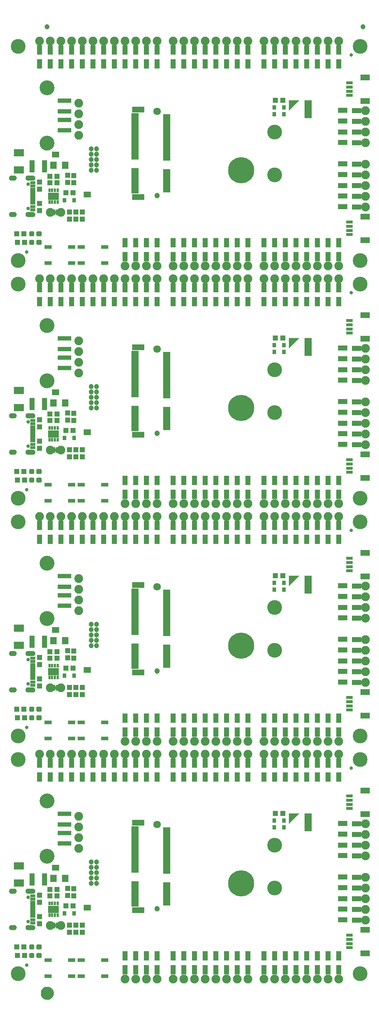
<source format=gts>
G04 EAGLE Gerber RS-274X export*
G75*
%MOMM*%
%FSLAX34Y34*%
%LPD*%
%INSoldermask Top*%
%IPPOS*%
%AMOC8*
5,1,8,0,0,1.08239X$1,22.5*%
G01*
%ADD10R,1.203200X0.503200*%
%ADD11R,1.203200X0.803200*%
%ADD12C,0.853200*%
%ADD13R,1.203200X1.303200*%
%ADD14R,0.503200X0.853200*%
%ADD15R,2.553200X1.803200*%
%ADD16R,1.303200X1.203200*%
%ADD17C,0.838200*%
%ADD18C,3.505200*%
%ADD19R,1.700000X4.200000*%
%ADD20R,0.833200X1.033200*%
%ADD21R,1.727200X0.965200*%
%ADD22R,0.838200X1.473200*%
%ADD23R,1.203200X3.003200*%
%ADD24R,1.603200X1.803200*%
%ADD25C,2.082800*%
%ADD26C,1.203200*%
%ADD27C,6.203200*%
%ADD28C,1.303200*%
%ADD29C,1.803200*%
%ADD30R,1.753200X0.503200*%
%ADD31R,2.953200X1.403200*%
%ADD32C,3.530600*%
%ADD33R,3.203200X1.103200*%
%ADD34R,1.200000X2.200000*%
%ADD35R,2.203200X1.403200*%
%ADD36R,1.553200X0.803200*%
%ADD37R,2.200000X1.200000*%
%ADD38C,0.505344*%
%ADD39R,2.413200X1.723200*%
%ADD40C,1.270000*%
%ADD41C,1.703200*%

G36*
X669166Y2072657D02*
X669166Y2072657D01*
X669193Y2072653D01*
X669234Y2072671D01*
X669276Y2072680D01*
X669312Y2072706D01*
X669321Y2072710D01*
X669325Y2072715D01*
X669336Y2072724D01*
X693336Y2096724D01*
X693357Y2096762D01*
X693386Y2096795D01*
X693390Y2096822D01*
X693403Y2096846D01*
X693400Y2096890D01*
X693407Y2096933D01*
X693396Y2096959D01*
X693394Y2096986D01*
X693368Y2097021D01*
X693350Y2097061D01*
X693327Y2097076D01*
X693311Y2097098D01*
X693270Y2097114D01*
X693234Y2097138D01*
X693190Y2097145D01*
X693181Y2097148D01*
X693174Y2097147D01*
X693160Y2097149D01*
X669160Y2097149D01*
X669144Y2097144D01*
X669127Y2097147D01*
X669077Y2097125D01*
X669026Y2097110D01*
X669015Y2097097D01*
X668999Y2097090D01*
X668969Y2097045D01*
X668934Y2097005D01*
X668931Y2096988D01*
X668922Y2096974D01*
X668911Y2096900D01*
X668911Y2072900D01*
X668923Y2072858D01*
X668926Y2072814D01*
X668942Y2072792D01*
X668950Y2072766D01*
X668983Y2072737D01*
X669009Y2072702D01*
X669035Y2072692D01*
X669055Y2072674D01*
X669099Y2072667D01*
X669139Y2072652D01*
X669166Y2072657D01*
G37*
G36*
X669166Y1508777D02*
X669166Y1508777D01*
X669193Y1508773D01*
X669234Y1508791D01*
X669276Y1508800D01*
X669312Y1508826D01*
X669321Y1508830D01*
X669325Y1508835D01*
X669336Y1508844D01*
X693336Y1532844D01*
X693357Y1532882D01*
X693386Y1532915D01*
X693390Y1532942D01*
X693403Y1532966D01*
X693400Y1533010D01*
X693407Y1533053D01*
X693396Y1533079D01*
X693394Y1533106D01*
X693368Y1533141D01*
X693350Y1533181D01*
X693327Y1533196D01*
X693311Y1533218D01*
X693270Y1533234D01*
X693234Y1533258D01*
X693190Y1533265D01*
X693181Y1533268D01*
X693174Y1533267D01*
X693160Y1533269D01*
X669160Y1533269D01*
X669144Y1533264D01*
X669127Y1533267D01*
X669077Y1533245D01*
X669026Y1533230D01*
X669015Y1533217D01*
X668999Y1533210D01*
X668969Y1533165D01*
X668934Y1533125D01*
X668931Y1533108D01*
X668922Y1533094D01*
X668911Y1533020D01*
X668911Y1509020D01*
X668923Y1508978D01*
X668926Y1508934D01*
X668942Y1508912D01*
X668950Y1508886D01*
X668983Y1508857D01*
X669009Y1508822D01*
X669035Y1508812D01*
X669055Y1508794D01*
X669099Y1508787D01*
X669139Y1508772D01*
X669166Y1508777D01*
G37*
G36*
X669166Y944897D02*
X669166Y944897D01*
X669193Y944893D01*
X669234Y944911D01*
X669276Y944920D01*
X669312Y944946D01*
X669321Y944950D01*
X669325Y944955D01*
X669336Y944964D01*
X693336Y968964D01*
X693357Y969002D01*
X693386Y969035D01*
X693390Y969062D01*
X693403Y969086D01*
X693400Y969130D01*
X693407Y969173D01*
X693396Y969199D01*
X693394Y969226D01*
X693368Y969261D01*
X693350Y969301D01*
X693327Y969316D01*
X693311Y969338D01*
X693270Y969354D01*
X693234Y969378D01*
X693190Y969385D01*
X693181Y969388D01*
X693174Y969387D01*
X693160Y969389D01*
X669160Y969389D01*
X669144Y969384D01*
X669127Y969387D01*
X669077Y969365D01*
X669026Y969350D01*
X669015Y969337D01*
X668999Y969330D01*
X668969Y969285D01*
X668934Y969245D01*
X668931Y969228D01*
X668922Y969214D01*
X668911Y969140D01*
X668911Y945140D01*
X668923Y945098D01*
X668926Y945054D01*
X668942Y945032D01*
X668950Y945006D01*
X668983Y944977D01*
X669009Y944942D01*
X669035Y944932D01*
X669055Y944914D01*
X669099Y944907D01*
X669139Y944892D01*
X669166Y944897D01*
G37*
G36*
X669166Y381017D02*
X669166Y381017D01*
X669193Y381013D01*
X669234Y381031D01*
X669276Y381040D01*
X669312Y381066D01*
X669321Y381070D01*
X669325Y381075D01*
X669336Y381084D01*
X693336Y405084D01*
X693357Y405122D01*
X693386Y405155D01*
X693390Y405182D01*
X693403Y405206D01*
X693400Y405250D01*
X693407Y405293D01*
X693396Y405319D01*
X693394Y405346D01*
X693368Y405381D01*
X693350Y405421D01*
X693327Y405436D01*
X693311Y405458D01*
X693270Y405474D01*
X693234Y405498D01*
X693190Y405505D01*
X693181Y405508D01*
X693174Y405507D01*
X693160Y405509D01*
X669160Y405509D01*
X669144Y405504D01*
X669127Y405507D01*
X669077Y405485D01*
X669026Y405470D01*
X669015Y405457D01*
X668999Y405450D01*
X668969Y405405D01*
X668934Y405365D01*
X668931Y405348D01*
X668922Y405334D01*
X668911Y405260D01*
X668911Y381260D01*
X668923Y381218D01*
X668926Y381174D01*
X668942Y381152D01*
X668950Y381126D01*
X668983Y381097D01*
X669009Y381062D01*
X669035Y381052D01*
X669055Y381034D01*
X669099Y381027D01*
X669139Y381012D01*
X669166Y381017D01*
G37*
G36*
X60304Y128554D02*
X60304Y128554D01*
X60307Y128551D01*
X61429Y128706D01*
X61434Y128711D01*
X61438Y128708D01*
X62509Y129079D01*
X62513Y129085D01*
X62518Y129083D01*
X63495Y129656D01*
X63498Y129662D01*
X63503Y129661D01*
X64350Y130414D01*
X64352Y130421D01*
X64357Y130421D01*
X65041Y131324D01*
X65041Y131331D01*
X65046Y131332D01*
X65541Y132351D01*
X65539Y132358D01*
X65544Y132360D01*
X65831Y133457D01*
X65829Y133461D01*
X65831Y133462D01*
X65829Y133464D01*
X65832Y133466D01*
X65899Y134597D01*
X65897Y134601D01*
X65899Y134603D01*
X65832Y135734D01*
X65827Y135739D01*
X65831Y135743D01*
X65544Y136840D01*
X65538Y136844D01*
X65541Y136849D01*
X65046Y137868D01*
X65040Y137871D01*
X65041Y137876D01*
X64357Y138779D01*
X64350Y138781D01*
X64350Y138786D01*
X63503Y139539D01*
X63496Y139539D01*
X63495Y139544D01*
X62518Y140117D01*
X62511Y140116D01*
X62509Y140121D01*
X61438Y140492D01*
X61432Y140489D01*
X61429Y140494D01*
X60307Y140649D01*
X60302Y140646D01*
X60300Y140649D01*
X48300Y140649D01*
X48295Y140646D01*
X48292Y140649D01*
X47025Y140444D01*
X47019Y140438D01*
X47015Y140441D01*
X45825Y139959D01*
X45821Y139952D01*
X45815Y139954D01*
X44762Y139220D01*
X44760Y139212D01*
X44754Y139213D01*
X43891Y138263D01*
X43890Y138254D01*
X43885Y138254D01*
X43255Y137135D01*
X43256Y137127D01*
X43250Y137125D01*
X42885Y135895D01*
X42888Y135887D01*
X42883Y135884D01*
X42801Y134603D01*
X42804Y134599D01*
X42801Y134597D01*
X42883Y133316D01*
X42889Y133310D01*
X42885Y133305D01*
X43250Y132075D01*
X43257Y132070D01*
X43255Y132065D01*
X43885Y130946D01*
X43892Y130943D01*
X43891Y130937D01*
X44754Y129987D01*
X44762Y129986D01*
X44762Y129980D01*
X45815Y129246D01*
X45823Y129246D01*
X45825Y129241D01*
X47015Y128759D01*
X47022Y128761D01*
X47025Y128756D01*
X48292Y128551D01*
X48297Y128554D01*
X48300Y128551D01*
X60300Y128551D01*
X60304Y128554D01*
G37*
G36*
X60304Y1906594D02*
X60304Y1906594D01*
X60307Y1906591D01*
X61429Y1906746D01*
X61434Y1906751D01*
X61438Y1906748D01*
X62509Y1907119D01*
X62513Y1907125D01*
X62518Y1907123D01*
X63495Y1907696D01*
X63498Y1907702D01*
X63503Y1907701D01*
X64350Y1908454D01*
X64352Y1908461D01*
X64357Y1908461D01*
X65041Y1909364D01*
X65041Y1909371D01*
X65046Y1909372D01*
X65541Y1910391D01*
X65539Y1910398D01*
X65544Y1910400D01*
X65831Y1911497D01*
X65829Y1911501D01*
X65831Y1911502D01*
X65829Y1911504D01*
X65832Y1911506D01*
X65899Y1912637D01*
X65897Y1912641D01*
X65899Y1912643D01*
X65832Y1913774D01*
X65827Y1913779D01*
X65831Y1913783D01*
X65544Y1914880D01*
X65538Y1914884D01*
X65541Y1914889D01*
X65046Y1915908D01*
X65040Y1915911D01*
X65041Y1915916D01*
X64357Y1916819D01*
X64350Y1916821D01*
X64350Y1916826D01*
X63503Y1917579D01*
X63496Y1917579D01*
X63495Y1917584D01*
X62518Y1918157D01*
X62511Y1918156D01*
X62509Y1918161D01*
X61438Y1918532D01*
X61432Y1918529D01*
X61429Y1918534D01*
X60307Y1918689D01*
X60302Y1918686D01*
X60300Y1918689D01*
X48300Y1918689D01*
X48295Y1918686D01*
X48292Y1918689D01*
X47025Y1918484D01*
X47019Y1918478D01*
X47015Y1918481D01*
X45825Y1917999D01*
X45821Y1917992D01*
X45815Y1917994D01*
X44762Y1917260D01*
X44760Y1917252D01*
X44754Y1917253D01*
X43891Y1916303D01*
X43890Y1916294D01*
X43885Y1916294D01*
X43255Y1915175D01*
X43256Y1915167D01*
X43250Y1915165D01*
X42885Y1913935D01*
X42888Y1913927D01*
X42883Y1913924D01*
X42801Y1912643D01*
X42804Y1912639D01*
X42801Y1912637D01*
X42883Y1911356D01*
X42889Y1911350D01*
X42885Y1911345D01*
X43250Y1910115D01*
X43257Y1910110D01*
X43255Y1910105D01*
X43885Y1908986D01*
X43892Y1908983D01*
X43891Y1908977D01*
X44754Y1908027D01*
X44762Y1908026D01*
X44762Y1908020D01*
X45815Y1907286D01*
X45823Y1907286D01*
X45825Y1907281D01*
X47015Y1906799D01*
X47022Y1906801D01*
X47025Y1906796D01*
X48292Y1906591D01*
X48297Y1906594D01*
X48300Y1906591D01*
X60300Y1906591D01*
X60304Y1906594D01*
G37*
G36*
X60304Y1820194D02*
X60304Y1820194D01*
X60307Y1820191D01*
X61429Y1820346D01*
X61434Y1820351D01*
X61438Y1820348D01*
X62509Y1820719D01*
X62513Y1820725D01*
X62518Y1820723D01*
X63495Y1821296D01*
X63498Y1821302D01*
X63503Y1821301D01*
X64350Y1822054D01*
X64352Y1822061D01*
X64357Y1822061D01*
X65041Y1822964D01*
X65041Y1822971D01*
X65046Y1822972D01*
X65541Y1823991D01*
X65539Y1823998D01*
X65544Y1824000D01*
X65831Y1825097D01*
X65829Y1825101D01*
X65831Y1825102D01*
X65829Y1825104D01*
X65832Y1825106D01*
X65899Y1826237D01*
X65897Y1826241D01*
X65899Y1826243D01*
X65832Y1827374D01*
X65827Y1827379D01*
X65831Y1827383D01*
X65544Y1828480D01*
X65538Y1828484D01*
X65541Y1828489D01*
X65046Y1829508D01*
X65040Y1829511D01*
X65041Y1829516D01*
X64357Y1830419D01*
X64350Y1830421D01*
X64350Y1830426D01*
X63503Y1831179D01*
X63496Y1831179D01*
X63495Y1831184D01*
X62518Y1831757D01*
X62511Y1831756D01*
X62509Y1831761D01*
X61438Y1832132D01*
X61432Y1832129D01*
X61429Y1832134D01*
X60307Y1832289D01*
X60302Y1832286D01*
X60300Y1832289D01*
X48300Y1832289D01*
X48295Y1832286D01*
X48292Y1832289D01*
X47025Y1832084D01*
X47019Y1832078D01*
X47015Y1832081D01*
X45825Y1831599D01*
X45821Y1831592D01*
X45815Y1831594D01*
X44762Y1830860D01*
X44760Y1830852D01*
X44754Y1830853D01*
X43891Y1829903D01*
X43890Y1829894D01*
X43885Y1829894D01*
X43255Y1828775D01*
X43256Y1828767D01*
X43250Y1828765D01*
X42885Y1827535D01*
X42888Y1827527D01*
X42883Y1827524D01*
X42801Y1826243D01*
X42804Y1826239D01*
X42801Y1826237D01*
X42883Y1824956D01*
X42889Y1824950D01*
X42885Y1824945D01*
X43250Y1823715D01*
X43257Y1823710D01*
X43255Y1823705D01*
X43885Y1822586D01*
X43892Y1822583D01*
X43891Y1822577D01*
X44754Y1821627D01*
X44762Y1821626D01*
X44762Y1821620D01*
X45815Y1820886D01*
X45823Y1820886D01*
X45825Y1820881D01*
X47015Y1820399D01*
X47022Y1820401D01*
X47025Y1820396D01*
X48292Y1820191D01*
X48297Y1820194D01*
X48300Y1820191D01*
X60300Y1820191D01*
X60304Y1820194D01*
G37*
G36*
X60304Y1342714D02*
X60304Y1342714D01*
X60307Y1342711D01*
X61429Y1342866D01*
X61434Y1342871D01*
X61438Y1342868D01*
X62509Y1343239D01*
X62513Y1343245D01*
X62518Y1343243D01*
X63495Y1343816D01*
X63498Y1343822D01*
X63503Y1343821D01*
X64350Y1344574D01*
X64352Y1344581D01*
X64357Y1344581D01*
X65041Y1345484D01*
X65041Y1345491D01*
X65046Y1345492D01*
X65541Y1346511D01*
X65539Y1346518D01*
X65544Y1346520D01*
X65831Y1347617D01*
X65829Y1347621D01*
X65831Y1347622D01*
X65829Y1347624D01*
X65832Y1347626D01*
X65899Y1348757D01*
X65897Y1348761D01*
X65899Y1348763D01*
X65832Y1349894D01*
X65827Y1349899D01*
X65831Y1349903D01*
X65544Y1351000D01*
X65538Y1351004D01*
X65541Y1351009D01*
X65046Y1352028D01*
X65040Y1352031D01*
X65041Y1352036D01*
X64357Y1352939D01*
X64350Y1352941D01*
X64350Y1352946D01*
X63503Y1353699D01*
X63496Y1353699D01*
X63495Y1353704D01*
X62518Y1354277D01*
X62511Y1354276D01*
X62509Y1354281D01*
X61438Y1354652D01*
X61432Y1354649D01*
X61429Y1354654D01*
X60307Y1354809D01*
X60302Y1354806D01*
X60300Y1354809D01*
X48300Y1354809D01*
X48295Y1354806D01*
X48292Y1354809D01*
X47025Y1354604D01*
X47019Y1354598D01*
X47015Y1354601D01*
X45825Y1354119D01*
X45821Y1354112D01*
X45815Y1354114D01*
X44762Y1353380D01*
X44760Y1353372D01*
X44754Y1353373D01*
X43891Y1352423D01*
X43890Y1352414D01*
X43885Y1352414D01*
X43255Y1351295D01*
X43256Y1351287D01*
X43250Y1351285D01*
X42885Y1350055D01*
X42888Y1350047D01*
X42883Y1350044D01*
X42801Y1348763D01*
X42804Y1348759D01*
X42801Y1348757D01*
X42883Y1347476D01*
X42889Y1347470D01*
X42885Y1347465D01*
X43250Y1346235D01*
X43257Y1346230D01*
X43255Y1346225D01*
X43885Y1345106D01*
X43892Y1345103D01*
X43891Y1345097D01*
X44754Y1344147D01*
X44762Y1344146D01*
X44762Y1344140D01*
X45815Y1343406D01*
X45823Y1343406D01*
X45825Y1343401D01*
X47015Y1342919D01*
X47022Y1342921D01*
X47025Y1342916D01*
X48292Y1342711D01*
X48297Y1342714D01*
X48300Y1342711D01*
X60300Y1342711D01*
X60304Y1342714D01*
G37*
G36*
X60304Y1256314D02*
X60304Y1256314D01*
X60307Y1256311D01*
X61429Y1256466D01*
X61434Y1256471D01*
X61438Y1256468D01*
X62509Y1256839D01*
X62513Y1256845D01*
X62518Y1256843D01*
X63495Y1257416D01*
X63498Y1257422D01*
X63503Y1257421D01*
X64350Y1258174D01*
X64352Y1258181D01*
X64357Y1258181D01*
X65041Y1259084D01*
X65041Y1259091D01*
X65046Y1259092D01*
X65541Y1260111D01*
X65539Y1260118D01*
X65544Y1260120D01*
X65831Y1261217D01*
X65829Y1261221D01*
X65831Y1261222D01*
X65829Y1261224D01*
X65832Y1261226D01*
X65899Y1262357D01*
X65897Y1262361D01*
X65899Y1262363D01*
X65832Y1263494D01*
X65827Y1263499D01*
X65831Y1263503D01*
X65544Y1264600D01*
X65538Y1264604D01*
X65541Y1264609D01*
X65046Y1265628D01*
X65040Y1265631D01*
X65041Y1265636D01*
X64357Y1266539D01*
X64350Y1266541D01*
X64350Y1266546D01*
X63503Y1267299D01*
X63496Y1267299D01*
X63495Y1267304D01*
X62518Y1267877D01*
X62511Y1267876D01*
X62509Y1267881D01*
X61438Y1268252D01*
X61432Y1268249D01*
X61429Y1268254D01*
X60307Y1268409D01*
X60302Y1268406D01*
X60300Y1268409D01*
X48300Y1268409D01*
X48295Y1268406D01*
X48292Y1268409D01*
X47025Y1268204D01*
X47019Y1268198D01*
X47015Y1268201D01*
X45825Y1267719D01*
X45821Y1267712D01*
X45815Y1267714D01*
X44762Y1266980D01*
X44760Y1266972D01*
X44754Y1266973D01*
X43891Y1266023D01*
X43890Y1266014D01*
X43885Y1266014D01*
X43255Y1264895D01*
X43256Y1264887D01*
X43250Y1264885D01*
X42885Y1263655D01*
X42888Y1263647D01*
X42883Y1263644D01*
X42801Y1262363D01*
X42804Y1262359D01*
X42801Y1262357D01*
X42883Y1261076D01*
X42889Y1261070D01*
X42885Y1261065D01*
X43250Y1259835D01*
X43257Y1259830D01*
X43255Y1259825D01*
X43885Y1258706D01*
X43892Y1258703D01*
X43891Y1258697D01*
X44754Y1257747D01*
X44762Y1257746D01*
X44762Y1257740D01*
X45815Y1257006D01*
X45823Y1257006D01*
X45825Y1257001D01*
X47015Y1256519D01*
X47022Y1256521D01*
X47025Y1256516D01*
X48292Y1256311D01*
X48297Y1256314D01*
X48300Y1256311D01*
X60300Y1256311D01*
X60304Y1256314D01*
G37*
G36*
X60304Y778834D02*
X60304Y778834D01*
X60307Y778831D01*
X61429Y778986D01*
X61434Y778991D01*
X61438Y778988D01*
X62509Y779359D01*
X62513Y779365D01*
X62518Y779363D01*
X63495Y779936D01*
X63498Y779942D01*
X63503Y779941D01*
X64350Y780694D01*
X64352Y780701D01*
X64357Y780701D01*
X65041Y781604D01*
X65041Y781611D01*
X65046Y781612D01*
X65541Y782631D01*
X65539Y782638D01*
X65544Y782640D01*
X65831Y783737D01*
X65829Y783741D01*
X65831Y783742D01*
X65829Y783744D01*
X65832Y783746D01*
X65899Y784877D01*
X65897Y784881D01*
X65899Y784883D01*
X65832Y786014D01*
X65827Y786019D01*
X65831Y786023D01*
X65544Y787120D01*
X65538Y787124D01*
X65541Y787129D01*
X65046Y788148D01*
X65040Y788151D01*
X65041Y788156D01*
X64357Y789059D01*
X64350Y789061D01*
X64350Y789066D01*
X63503Y789819D01*
X63496Y789819D01*
X63495Y789824D01*
X62518Y790397D01*
X62511Y790396D01*
X62509Y790401D01*
X61438Y790772D01*
X61432Y790769D01*
X61429Y790774D01*
X60307Y790929D01*
X60302Y790926D01*
X60300Y790929D01*
X48300Y790929D01*
X48295Y790926D01*
X48292Y790929D01*
X47025Y790724D01*
X47019Y790718D01*
X47015Y790721D01*
X45825Y790239D01*
X45821Y790232D01*
X45815Y790234D01*
X44762Y789500D01*
X44760Y789492D01*
X44754Y789493D01*
X43891Y788543D01*
X43890Y788534D01*
X43885Y788534D01*
X43255Y787415D01*
X43256Y787407D01*
X43250Y787405D01*
X42885Y786175D01*
X42888Y786167D01*
X42883Y786164D01*
X42801Y784883D01*
X42804Y784879D01*
X42801Y784877D01*
X42883Y783596D01*
X42889Y783590D01*
X42885Y783585D01*
X43250Y782355D01*
X43257Y782350D01*
X43255Y782345D01*
X43885Y781226D01*
X43892Y781223D01*
X43891Y781217D01*
X44754Y780267D01*
X44762Y780266D01*
X44762Y780260D01*
X45815Y779526D01*
X45823Y779526D01*
X45825Y779521D01*
X47015Y779039D01*
X47022Y779041D01*
X47025Y779036D01*
X48292Y778831D01*
X48297Y778834D01*
X48300Y778831D01*
X60300Y778831D01*
X60304Y778834D01*
G37*
G36*
X60304Y692434D02*
X60304Y692434D01*
X60307Y692431D01*
X61429Y692586D01*
X61434Y692591D01*
X61438Y692588D01*
X62509Y692959D01*
X62513Y692965D01*
X62518Y692963D01*
X63495Y693536D01*
X63498Y693542D01*
X63503Y693541D01*
X64350Y694294D01*
X64352Y694301D01*
X64357Y694301D01*
X65041Y695204D01*
X65041Y695211D01*
X65046Y695212D01*
X65541Y696231D01*
X65539Y696238D01*
X65544Y696240D01*
X65831Y697337D01*
X65829Y697341D01*
X65831Y697342D01*
X65829Y697344D01*
X65832Y697346D01*
X65899Y698477D01*
X65897Y698481D01*
X65899Y698483D01*
X65832Y699614D01*
X65827Y699619D01*
X65831Y699623D01*
X65544Y700720D01*
X65538Y700724D01*
X65541Y700729D01*
X65046Y701748D01*
X65040Y701751D01*
X65041Y701756D01*
X64357Y702659D01*
X64350Y702661D01*
X64350Y702666D01*
X63503Y703419D01*
X63496Y703419D01*
X63495Y703424D01*
X62518Y703997D01*
X62511Y703996D01*
X62509Y704001D01*
X61438Y704372D01*
X61432Y704369D01*
X61429Y704374D01*
X60307Y704529D01*
X60302Y704526D01*
X60300Y704529D01*
X48300Y704529D01*
X48295Y704526D01*
X48292Y704529D01*
X47025Y704324D01*
X47019Y704318D01*
X47015Y704321D01*
X45825Y703839D01*
X45821Y703832D01*
X45815Y703834D01*
X44762Y703100D01*
X44760Y703092D01*
X44754Y703093D01*
X43891Y702143D01*
X43890Y702134D01*
X43885Y702134D01*
X43255Y701015D01*
X43256Y701007D01*
X43250Y701005D01*
X42885Y699775D01*
X42888Y699767D01*
X42883Y699764D01*
X42801Y698483D01*
X42804Y698479D01*
X42801Y698477D01*
X42883Y697196D01*
X42889Y697190D01*
X42885Y697185D01*
X43250Y695955D01*
X43257Y695950D01*
X43255Y695945D01*
X43885Y694826D01*
X43892Y694823D01*
X43891Y694817D01*
X44754Y693867D01*
X44762Y693866D01*
X44762Y693860D01*
X45815Y693126D01*
X45823Y693126D01*
X45825Y693121D01*
X47015Y692639D01*
X47022Y692641D01*
X47025Y692636D01*
X48292Y692431D01*
X48297Y692434D01*
X48300Y692431D01*
X60300Y692431D01*
X60304Y692434D01*
G37*
G36*
X60304Y214954D02*
X60304Y214954D01*
X60307Y214951D01*
X61429Y215106D01*
X61434Y215111D01*
X61438Y215108D01*
X62509Y215479D01*
X62513Y215485D01*
X62518Y215483D01*
X63495Y216056D01*
X63498Y216062D01*
X63503Y216061D01*
X64350Y216814D01*
X64352Y216821D01*
X64357Y216821D01*
X65041Y217724D01*
X65041Y217731D01*
X65046Y217732D01*
X65541Y218751D01*
X65539Y218758D01*
X65544Y218760D01*
X65831Y219857D01*
X65829Y219861D01*
X65831Y219862D01*
X65829Y219864D01*
X65832Y219866D01*
X65899Y220997D01*
X65897Y221001D01*
X65899Y221003D01*
X65832Y222134D01*
X65827Y222139D01*
X65831Y222143D01*
X65544Y223240D01*
X65538Y223244D01*
X65541Y223249D01*
X65046Y224268D01*
X65040Y224271D01*
X65041Y224276D01*
X64357Y225179D01*
X64350Y225181D01*
X64350Y225186D01*
X63503Y225939D01*
X63496Y225939D01*
X63495Y225944D01*
X62518Y226517D01*
X62511Y226516D01*
X62509Y226521D01*
X61438Y226892D01*
X61432Y226889D01*
X61429Y226894D01*
X60307Y227049D01*
X60302Y227046D01*
X60300Y227049D01*
X48300Y227049D01*
X48295Y227046D01*
X48292Y227049D01*
X47025Y226844D01*
X47019Y226838D01*
X47015Y226841D01*
X45825Y226359D01*
X45821Y226352D01*
X45815Y226354D01*
X44762Y225620D01*
X44760Y225612D01*
X44754Y225613D01*
X43891Y224663D01*
X43890Y224654D01*
X43885Y224654D01*
X43255Y223535D01*
X43256Y223527D01*
X43250Y223525D01*
X42885Y222295D01*
X42888Y222287D01*
X42883Y222284D01*
X42801Y221003D01*
X42804Y220999D01*
X42801Y220997D01*
X42883Y219716D01*
X42889Y219710D01*
X42885Y219705D01*
X43250Y218475D01*
X43257Y218470D01*
X43255Y218465D01*
X43885Y217346D01*
X43892Y217343D01*
X43891Y217337D01*
X44754Y216387D01*
X44762Y216386D01*
X44762Y216380D01*
X45815Y215646D01*
X45823Y215646D01*
X45825Y215641D01*
X47015Y215159D01*
X47022Y215161D01*
X47025Y215156D01*
X48292Y214951D01*
X48297Y214954D01*
X48300Y214951D01*
X60300Y214951D01*
X60304Y214954D01*
G37*
G36*
X15503Y128553D02*
X15503Y128553D01*
X15505Y128551D01*
X16681Y128662D01*
X16686Y128667D01*
X16690Y128664D01*
X17822Y129002D01*
X17826Y129008D01*
X17831Y129006D01*
X18875Y129558D01*
X18878Y129565D01*
X18883Y129563D01*
X19799Y130309D01*
X19800Y130316D01*
X19806Y130316D01*
X20559Y131226D01*
X20559Y131233D01*
X20564Y131234D01*
X21125Y132273D01*
X21124Y132278D01*
X21128Y132280D01*
X21127Y132281D01*
X21129Y132282D01*
X21476Y133411D01*
X21476Y133412D01*
X21477Y133413D01*
X21474Y133417D01*
X21478Y133420D01*
X21599Y134595D01*
X21595Y134602D01*
X21599Y134606D01*
X21442Y135946D01*
X21437Y135952D01*
X21440Y135957D01*
X20989Y137228D01*
X20982Y137233D01*
X20984Y137238D01*
X20262Y138377D01*
X20254Y138380D01*
X20255Y138386D01*
X19297Y139336D01*
X19289Y139337D01*
X19288Y139343D01*
X18143Y140056D01*
X18135Y140055D01*
X18133Y140061D01*
X16857Y140501D01*
X16850Y140499D01*
X16847Y140503D01*
X15505Y140649D01*
X15502Y140647D01*
X15500Y140649D01*
X9500Y140649D01*
X9497Y140647D01*
X9494Y140649D01*
X8165Y140494D01*
X8159Y140488D01*
X8155Y140491D01*
X6894Y140044D01*
X6889Y140037D01*
X6884Y140039D01*
X5754Y139322D01*
X5751Y139315D01*
X5745Y139316D01*
X4803Y138366D01*
X4802Y138357D01*
X4796Y138357D01*
X4089Y137221D01*
X4090Y137213D01*
X4084Y137211D01*
X3648Y135946D01*
X3650Y135938D01*
X3645Y135936D01*
X3501Y134605D01*
X3505Y134599D01*
X3501Y134595D01*
X3611Y133429D01*
X3616Y133424D01*
X3613Y133420D01*
X3948Y132297D01*
X3954Y132293D01*
X3952Y132289D01*
X4500Y131253D01*
X4506Y131250D01*
X4505Y131245D01*
X5244Y130337D01*
X5251Y130335D01*
X5251Y130330D01*
X6153Y129583D01*
X6161Y129583D01*
X6161Y129578D01*
X7192Y129021D01*
X7199Y129022D01*
X7201Y129017D01*
X8320Y128673D01*
X8327Y128675D01*
X8330Y128671D01*
X9495Y128551D01*
X9498Y128553D01*
X9500Y128551D01*
X15500Y128551D01*
X15503Y128553D01*
G37*
G36*
X15503Y1906593D02*
X15503Y1906593D01*
X15505Y1906591D01*
X16681Y1906702D01*
X16686Y1906707D01*
X16690Y1906704D01*
X17822Y1907042D01*
X17826Y1907048D01*
X17831Y1907046D01*
X18875Y1907598D01*
X18878Y1907605D01*
X18883Y1907603D01*
X19799Y1908349D01*
X19800Y1908356D01*
X19806Y1908356D01*
X20559Y1909266D01*
X20559Y1909273D01*
X20564Y1909274D01*
X21125Y1910313D01*
X21124Y1910318D01*
X21128Y1910320D01*
X21127Y1910321D01*
X21129Y1910322D01*
X21476Y1911451D01*
X21476Y1911452D01*
X21477Y1911453D01*
X21474Y1911457D01*
X21478Y1911460D01*
X21599Y1912635D01*
X21595Y1912642D01*
X21599Y1912646D01*
X21442Y1913986D01*
X21437Y1913992D01*
X21440Y1913997D01*
X20989Y1915268D01*
X20982Y1915273D01*
X20984Y1915278D01*
X20262Y1916417D01*
X20254Y1916420D01*
X20255Y1916426D01*
X19297Y1917376D01*
X19289Y1917377D01*
X19288Y1917383D01*
X18143Y1918096D01*
X18135Y1918095D01*
X18133Y1918101D01*
X16857Y1918541D01*
X16850Y1918539D01*
X16847Y1918543D01*
X15505Y1918689D01*
X15502Y1918687D01*
X15500Y1918689D01*
X9500Y1918689D01*
X9497Y1918687D01*
X9494Y1918689D01*
X8165Y1918534D01*
X8159Y1918528D01*
X8155Y1918531D01*
X6894Y1918084D01*
X6889Y1918077D01*
X6884Y1918079D01*
X5754Y1917362D01*
X5751Y1917355D01*
X5745Y1917356D01*
X4803Y1916406D01*
X4802Y1916397D01*
X4796Y1916397D01*
X4089Y1915261D01*
X4090Y1915253D01*
X4084Y1915251D01*
X3648Y1913986D01*
X3650Y1913978D01*
X3645Y1913976D01*
X3501Y1912645D01*
X3505Y1912639D01*
X3501Y1912635D01*
X3611Y1911469D01*
X3616Y1911464D01*
X3613Y1911460D01*
X3948Y1910337D01*
X3954Y1910333D01*
X3952Y1910329D01*
X4500Y1909293D01*
X4506Y1909290D01*
X4505Y1909285D01*
X5244Y1908377D01*
X5251Y1908375D01*
X5251Y1908370D01*
X6153Y1907623D01*
X6161Y1907623D01*
X6161Y1907618D01*
X7192Y1907061D01*
X7199Y1907062D01*
X7201Y1907057D01*
X8320Y1906713D01*
X8327Y1906715D01*
X8330Y1906711D01*
X9495Y1906591D01*
X9498Y1906593D01*
X9500Y1906591D01*
X15500Y1906591D01*
X15503Y1906593D01*
G37*
G36*
X15503Y1820193D02*
X15503Y1820193D01*
X15505Y1820191D01*
X16681Y1820302D01*
X16686Y1820307D01*
X16690Y1820304D01*
X17822Y1820642D01*
X17826Y1820648D01*
X17831Y1820646D01*
X18875Y1821198D01*
X18878Y1821205D01*
X18883Y1821203D01*
X19799Y1821949D01*
X19800Y1821956D01*
X19806Y1821956D01*
X20559Y1822866D01*
X20559Y1822873D01*
X20564Y1822874D01*
X21125Y1823913D01*
X21124Y1823918D01*
X21128Y1823920D01*
X21127Y1823921D01*
X21129Y1823922D01*
X21476Y1825051D01*
X21476Y1825052D01*
X21477Y1825053D01*
X21474Y1825057D01*
X21478Y1825060D01*
X21599Y1826235D01*
X21595Y1826242D01*
X21599Y1826246D01*
X21442Y1827586D01*
X21437Y1827592D01*
X21440Y1827597D01*
X20989Y1828868D01*
X20982Y1828873D01*
X20984Y1828878D01*
X20262Y1830017D01*
X20254Y1830020D01*
X20255Y1830026D01*
X19297Y1830976D01*
X19289Y1830977D01*
X19288Y1830983D01*
X18143Y1831696D01*
X18135Y1831695D01*
X18133Y1831701D01*
X16857Y1832141D01*
X16850Y1832139D01*
X16847Y1832143D01*
X15505Y1832289D01*
X15502Y1832287D01*
X15500Y1832289D01*
X9500Y1832289D01*
X9497Y1832287D01*
X9494Y1832289D01*
X8165Y1832134D01*
X8159Y1832128D01*
X8155Y1832131D01*
X6894Y1831684D01*
X6889Y1831677D01*
X6884Y1831679D01*
X5754Y1830962D01*
X5751Y1830955D01*
X5745Y1830956D01*
X4803Y1830006D01*
X4802Y1829997D01*
X4796Y1829997D01*
X4089Y1828861D01*
X4090Y1828853D01*
X4084Y1828851D01*
X3648Y1827586D01*
X3650Y1827578D01*
X3645Y1827576D01*
X3501Y1826245D01*
X3505Y1826239D01*
X3501Y1826235D01*
X3611Y1825069D01*
X3616Y1825064D01*
X3613Y1825060D01*
X3948Y1823937D01*
X3954Y1823933D01*
X3952Y1823929D01*
X4500Y1822893D01*
X4506Y1822890D01*
X4505Y1822885D01*
X5244Y1821977D01*
X5251Y1821975D01*
X5251Y1821970D01*
X6153Y1821223D01*
X6161Y1821223D01*
X6161Y1821218D01*
X7192Y1820661D01*
X7199Y1820662D01*
X7201Y1820657D01*
X8320Y1820313D01*
X8327Y1820315D01*
X8330Y1820311D01*
X9495Y1820191D01*
X9498Y1820193D01*
X9500Y1820191D01*
X15500Y1820191D01*
X15503Y1820193D01*
G37*
G36*
X15503Y1342713D02*
X15503Y1342713D01*
X15505Y1342711D01*
X16681Y1342822D01*
X16686Y1342827D01*
X16690Y1342824D01*
X17822Y1343162D01*
X17826Y1343168D01*
X17831Y1343166D01*
X18875Y1343718D01*
X18878Y1343725D01*
X18883Y1343723D01*
X19799Y1344469D01*
X19800Y1344476D01*
X19806Y1344476D01*
X20559Y1345386D01*
X20559Y1345393D01*
X20564Y1345394D01*
X21125Y1346433D01*
X21124Y1346438D01*
X21128Y1346440D01*
X21127Y1346441D01*
X21129Y1346442D01*
X21476Y1347571D01*
X21476Y1347572D01*
X21477Y1347573D01*
X21474Y1347577D01*
X21478Y1347580D01*
X21599Y1348755D01*
X21595Y1348762D01*
X21599Y1348766D01*
X21442Y1350106D01*
X21437Y1350112D01*
X21440Y1350117D01*
X20989Y1351388D01*
X20982Y1351393D01*
X20984Y1351398D01*
X20262Y1352537D01*
X20254Y1352540D01*
X20255Y1352546D01*
X19297Y1353496D01*
X19289Y1353497D01*
X19288Y1353503D01*
X18143Y1354216D01*
X18135Y1354215D01*
X18133Y1354221D01*
X16857Y1354661D01*
X16850Y1354659D01*
X16847Y1354663D01*
X15505Y1354809D01*
X15502Y1354807D01*
X15500Y1354809D01*
X9500Y1354809D01*
X9497Y1354807D01*
X9494Y1354809D01*
X8165Y1354654D01*
X8159Y1354648D01*
X8155Y1354651D01*
X6894Y1354204D01*
X6889Y1354197D01*
X6884Y1354199D01*
X5754Y1353482D01*
X5751Y1353475D01*
X5745Y1353476D01*
X4803Y1352526D01*
X4802Y1352517D01*
X4796Y1352517D01*
X4089Y1351381D01*
X4090Y1351373D01*
X4084Y1351371D01*
X3648Y1350106D01*
X3650Y1350098D01*
X3645Y1350096D01*
X3501Y1348765D01*
X3505Y1348759D01*
X3501Y1348755D01*
X3611Y1347589D01*
X3616Y1347584D01*
X3613Y1347580D01*
X3948Y1346457D01*
X3954Y1346453D01*
X3952Y1346449D01*
X4500Y1345413D01*
X4506Y1345410D01*
X4505Y1345405D01*
X5244Y1344497D01*
X5251Y1344495D01*
X5251Y1344490D01*
X6153Y1343743D01*
X6161Y1343743D01*
X6161Y1343738D01*
X7192Y1343181D01*
X7199Y1343182D01*
X7201Y1343177D01*
X8320Y1342833D01*
X8327Y1342835D01*
X8330Y1342831D01*
X9495Y1342711D01*
X9498Y1342713D01*
X9500Y1342711D01*
X15500Y1342711D01*
X15503Y1342713D01*
G37*
G36*
X15503Y1256313D02*
X15503Y1256313D01*
X15505Y1256311D01*
X16681Y1256422D01*
X16686Y1256427D01*
X16690Y1256424D01*
X17822Y1256762D01*
X17826Y1256768D01*
X17831Y1256766D01*
X18875Y1257318D01*
X18878Y1257325D01*
X18883Y1257323D01*
X19799Y1258069D01*
X19800Y1258076D01*
X19806Y1258076D01*
X20559Y1258986D01*
X20559Y1258993D01*
X20564Y1258994D01*
X21125Y1260033D01*
X21124Y1260038D01*
X21128Y1260040D01*
X21127Y1260041D01*
X21129Y1260042D01*
X21476Y1261171D01*
X21476Y1261172D01*
X21477Y1261173D01*
X21474Y1261177D01*
X21478Y1261180D01*
X21599Y1262355D01*
X21595Y1262362D01*
X21599Y1262366D01*
X21442Y1263706D01*
X21437Y1263712D01*
X21440Y1263717D01*
X20989Y1264988D01*
X20982Y1264993D01*
X20984Y1264998D01*
X20262Y1266137D01*
X20254Y1266140D01*
X20255Y1266146D01*
X19297Y1267096D01*
X19289Y1267097D01*
X19288Y1267103D01*
X18143Y1267816D01*
X18135Y1267815D01*
X18133Y1267821D01*
X16857Y1268261D01*
X16850Y1268259D01*
X16847Y1268263D01*
X15505Y1268409D01*
X15502Y1268407D01*
X15500Y1268409D01*
X9500Y1268409D01*
X9497Y1268407D01*
X9494Y1268409D01*
X8165Y1268254D01*
X8159Y1268248D01*
X8155Y1268251D01*
X6894Y1267804D01*
X6889Y1267797D01*
X6884Y1267799D01*
X5754Y1267082D01*
X5751Y1267075D01*
X5745Y1267076D01*
X4803Y1266126D01*
X4802Y1266117D01*
X4796Y1266117D01*
X4089Y1264981D01*
X4090Y1264973D01*
X4084Y1264971D01*
X3648Y1263706D01*
X3650Y1263698D01*
X3645Y1263696D01*
X3501Y1262365D01*
X3505Y1262359D01*
X3501Y1262355D01*
X3611Y1261189D01*
X3616Y1261184D01*
X3613Y1261180D01*
X3948Y1260057D01*
X3954Y1260053D01*
X3952Y1260049D01*
X4500Y1259013D01*
X4506Y1259010D01*
X4505Y1259005D01*
X5244Y1258097D01*
X5251Y1258095D01*
X5251Y1258090D01*
X6153Y1257343D01*
X6161Y1257343D01*
X6161Y1257338D01*
X7192Y1256781D01*
X7199Y1256782D01*
X7201Y1256777D01*
X8320Y1256433D01*
X8327Y1256435D01*
X8330Y1256431D01*
X9495Y1256311D01*
X9498Y1256313D01*
X9500Y1256311D01*
X15500Y1256311D01*
X15503Y1256313D01*
G37*
G36*
X15503Y778833D02*
X15503Y778833D01*
X15505Y778831D01*
X16681Y778942D01*
X16686Y778947D01*
X16690Y778944D01*
X17822Y779282D01*
X17826Y779288D01*
X17831Y779286D01*
X18875Y779838D01*
X18878Y779845D01*
X18883Y779843D01*
X19799Y780589D01*
X19800Y780596D01*
X19806Y780596D01*
X20559Y781506D01*
X20559Y781513D01*
X20564Y781514D01*
X21125Y782553D01*
X21124Y782558D01*
X21128Y782560D01*
X21127Y782561D01*
X21129Y782562D01*
X21476Y783691D01*
X21476Y783692D01*
X21477Y783693D01*
X21474Y783697D01*
X21478Y783700D01*
X21599Y784875D01*
X21595Y784882D01*
X21599Y784886D01*
X21442Y786226D01*
X21437Y786232D01*
X21440Y786237D01*
X20989Y787508D01*
X20982Y787513D01*
X20984Y787518D01*
X20262Y788657D01*
X20254Y788660D01*
X20255Y788666D01*
X19297Y789616D01*
X19289Y789617D01*
X19288Y789623D01*
X18143Y790336D01*
X18135Y790335D01*
X18133Y790341D01*
X16857Y790781D01*
X16850Y790779D01*
X16847Y790783D01*
X15505Y790929D01*
X15502Y790927D01*
X15500Y790929D01*
X9500Y790929D01*
X9497Y790927D01*
X9494Y790929D01*
X8165Y790774D01*
X8159Y790768D01*
X8155Y790771D01*
X6894Y790324D01*
X6889Y790317D01*
X6884Y790319D01*
X5754Y789602D01*
X5751Y789595D01*
X5745Y789596D01*
X4803Y788646D01*
X4802Y788637D01*
X4796Y788637D01*
X4089Y787501D01*
X4090Y787493D01*
X4084Y787491D01*
X3648Y786226D01*
X3650Y786218D01*
X3645Y786216D01*
X3501Y784885D01*
X3505Y784879D01*
X3501Y784875D01*
X3611Y783709D01*
X3616Y783704D01*
X3613Y783700D01*
X3948Y782577D01*
X3954Y782573D01*
X3952Y782569D01*
X4500Y781533D01*
X4506Y781530D01*
X4505Y781525D01*
X5244Y780617D01*
X5251Y780615D01*
X5251Y780610D01*
X6153Y779863D01*
X6161Y779863D01*
X6161Y779858D01*
X7192Y779301D01*
X7199Y779302D01*
X7201Y779297D01*
X8320Y778953D01*
X8327Y778955D01*
X8330Y778951D01*
X9495Y778831D01*
X9498Y778833D01*
X9500Y778831D01*
X15500Y778831D01*
X15503Y778833D01*
G37*
G36*
X15503Y692433D02*
X15503Y692433D01*
X15505Y692431D01*
X16681Y692542D01*
X16686Y692547D01*
X16690Y692544D01*
X17822Y692882D01*
X17826Y692888D01*
X17831Y692886D01*
X18875Y693438D01*
X18878Y693445D01*
X18883Y693443D01*
X19799Y694189D01*
X19800Y694196D01*
X19806Y694196D01*
X20559Y695106D01*
X20559Y695113D01*
X20564Y695114D01*
X21125Y696153D01*
X21124Y696158D01*
X21128Y696160D01*
X21127Y696161D01*
X21129Y696162D01*
X21476Y697291D01*
X21476Y697292D01*
X21477Y697293D01*
X21474Y697297D01*
X21478Y697300D01*
X21599Y698475D01*
X21595Y698482D01*
X21599Y698486D01*
X21442Y699826D01*
X21437Y699832D01*
X21440Y699837D01*
X20989Y701108D01*
X20982Y701113D01*
X20984Y701118D01*
X20262Y702257D01*
X20254Y702260D01*
X20255Y702266D01*
X19297Y703216D01*
X19289Y703217D01*
X19288Y703223D01*
X18143Y703936D01*
X18135Y703935D01*
X18133Y703941D01*
X16857Y704381D01*
X16850Y704379D01*
X16847Y704383D01*
X15505Y704529D01*
X15502Y704527D01*
X15500Y704529D01*
X9500Y704529D01*
X9497Y704527D01*
X9494Y704529D01*
X8165Y704374D01*
X8159Y704368D01*
X8155Y704371D01*
X6894Y703924D01*
X6889Y703917D01*
X6884Y703919D01*
X5754Y703202D01*
X5751Y703195D01*
X5745Y703196D01*
X4803Y702246D01*
X4802Y702237D01*
X4796Y702237D01*
X4089Y701101D01*
X4090Y701093D01*
X4084Y701091D01*
X3648Y699826D01*
X3650Y699818D01*
X3645Y699816D01*
X3501Y698485D01*
X3505Y698479D01*
X3501Y698475D01*
X3611Y697309D01*
X3616Y697304D01*
X3613Y697300D01*
X3948Y696177D01*
X3954Y696173D01*
X3952Y696169D01*
X4500Y695133D01*
X4506Y695130D01*
X4505Y695125D01*
X5244Y694217D01*
X5251Y694215D01*
X5251Y694210D01*
X6153Y693463D01*
X6161Y693463D01*
X6161Y693458D01*
X7192Y692901D01*
X7199Y692902D01*
X7201Y692897D01*
X8320Y692553D01*
X8327Y692555D01*
X8330Y692551D01*
X9495Y692431D01*
X9498Y692433D01*
X9500Y692431D01*
X15500Y692431D01*
X15503Y692433D01*
G37*
G36*
X15503Y214953D02*
X15503Y214953D01*
X15505Y214951D01*
X16681Y215062D01*
X16686Y215067D01*
X16690Y215064D01*
X17822Y215402D01*
X17826Y215408D01*
X17831Y215406D01*
X18875Y215958D01*
X18878Y215965D01*
X18883Y215963D01*
X19799Y216709D01*
X19800Y216716D01*
X19806Y216716D01*
X20559Y217626D01*
X20559Y217633D01*
X20564Y217634D01*
X21125Y218673D01*
X21124Y218678D01*
X21128Y218680D01*
X21127Y218681D01*
X21129Y218682D01*
X21476Y219811D01*
X21476Y219812D01*
X21477Y219813D01*
X21474Y219817D01*
X21478Y219820D01*
X21599Y220995D01*
X21595Y221002D01*
X21599Y221006D01*
X21442Y222346D01*
X21437Y222352D01*
X21440Y222357D01*
X20989Y223628D01*
X20982Y223633D01*
X20984Y223638D01*
X20262Y224777D01*
X20254Y224780D01*
X20255Y224786D01*
X19297Y225736D01*
X19289Y225737D01*
X19288Y225743D01*
X18143Y226456D01*
X18135Y226455D01*
X18133Y226461D01*
X16857Y226901D01*
X16850Y226899D01*
X16847Y226903D01*
X15505Y227049D01*
X15502Y227047D01*
X15500Y227049D01*
X9500Y227049D01*
X9497Y227047D01*
X9494Y227049D01*
X8165Y226894D01*
X8159Y226888D01*
X8155Y226891D01*
X6894Y226444D01*
X6889Y226437D01*
X6884Y226439D01*
X5754Y225722D01*
X5751Y225715D01*
X5745Y225716D01*
X4803Y224766D01*
X4802Y224757D01*
X4796Y224757D01*
X4089Y223621D01*
X4090Y223613D01*
X4084Y223611D01*
X3648Y222346D01*
X3650Y222338D01*
X3645Y222336D01*
X3501Y221005D01*
X3505Y220999D01*
X3501Y220995D01*
X3611Y219829D01*
X3616Y219824D01*
X3613Y219820D01*
X3948Y218697D01*
X3954Y218693D01*
X3952Y218689D01*
X4500Y217653D01*
X4506Y217650D01*
X4505Y217645D01*
X5244Y216737D01*
X5251Y216735D01*
X5251Y216730D01*
X6153Y215983D01*
X6161Y215983D01*
X6161Y215978D01*
X7192Y215421D01*
X7199Y215422D01*
X7201Y215417D01*
X8320Y215073D01*
X8327Y215075D01*
X8330Y215071D01*
X9495Y214951D01*
X9498Y214953D01*
X9500Y214951D01*
X15500Y214951D01*
X15503Y214953D01*
G37*
G36*
X116270Y1827923D02*
X116270Y1827923D01*
X116336Y1827925D01*
X116379Y1827943D01*
X116426Y1827951D01*
X116483Y1827985D01*
X116543Y1828010D01*
X116578Y1828041D01*
X116619Y1828066D01*
X116661Y1828117D01*
X116709Y1828161D01*
X116731Y1828203D01*
X116760Y1828240D01*
X116781Y1828302D01*
X116812Y1828361D01*
X116820Y1828415D01*
X116832Y1828452D01*
X116831Y1828492D01*
X116839Y1828546D01*
X116839Y1834134D01*
X116828Y1834199D01*
X116826Y1834265D01*
X116808Y1834308D01*
X116800Y1834355D01*
X116766Y1834412D01*
X116741Y1834472D01*
X116710Y1834507D01*
X116685Y1834548D01*
X116634Y1834590D01*
X116590Y1834638D01*
X116548Y1834660D01*
X116511Y1834689D01*
X116449Y1834710D01*
X116390Y1834741D01*
X116336Y1834749D01*
X116299Y1834761D01*
X116259Y1834760D01*
X116205Y1834768D01*
X112395Y1834768D01*
X112330Y1834757D01*
X112264Y1834755D01*
X112221Y1834737D01*
X112174Y1834729D01*
X112117Y1834695D01*
X112057Y1834670D01*
X112022Y1834639D01*
X111981Y1834614D01*
X111940Y1834563D01*
X111891Y1834519D01*
X111869Y1834477D01*
X111840Y1834440D01*
X111819Y1834378D01*
X111788Y1834319D01*
X111780Y1834265D01*
X111768Y1834228D01*
X111769Y1834188D01*
X111761Y1834134D01*
X111761Y1828546D01*
X111772Y1828481D01*
X111774Y1828415D01*
X111792Y1828372D01*
X111800Y1828325D01*
X111834Y1828268D01*
X111859Y1828208D01*
X111890Y1828173D01*
X111915Y1828132D01*
X111966Y1828091D01*
X112010Y1828042D01*
X112052Y1828020D01*
X112089Y1827991D01*
X112151Y1827970D01*
X112210Y1827939D01*
X112264Y1827931D01*
X112301Y1827919D01*
X112341Y1827920D01*
X112395Y1827912D01*
X116205Y1827912D01*
X116270Y1827923D01*
G37*
G36*
X116270Y1264043D02*
X116270Y1264043D01*
X116336Y1264045D01*
X116379Y1264063D01*
X116426Y1264071D01*
X116483Y1264105D01*
X116543Y1264130D01*
X116578Y1264161D01*
X116619Y1264186D01*
X116661Y1264237D01*
X116709Y1264281D01*
X116731Y1264323D01*
X116760Y1264360D01*
X116781Y1264422D01*
X116812Y1264481D01*
X116820Y1264535D01*
X116832Y1264572D01*
X116831Y1264612D01*
X116839Y1264666D01*
X116839Y1270254D01*
X116828Y1270319D01*
X116826Y1270385D01*
X116808Y1270428D01*
X116800Y1270475D01*
X116766Y1270532D01*
X116741Y1270592D01*
X116710Y1270627D01*
X116685Y1270668D01*
X116634Y1270710D01*
X116590Y1270758D01*
X116548Y1270780D01*
X116511Y1270809D01*
X116449Y1270830D01*
X116390Y1270861D01*
X116336Y1270869D01*
X116299Y1270881D01*
X116259Y1270880D01*
X116205Y1270888D01*
X112395Y1270888D01*
X112330Y1270877D01*
X112264Y1270875D01*
X112221Y1270857D01*
X112174Y1270849D01*
X112117Y1270815D01*
X112057Y1270790D01*
X112022Y1270759D01*
X111981Y1270734D01*
X111940Y1270683D01*
X111891Y1270639D01*
X111869Y1270597D01*
X111840Y1270560D01*
X111819Y1270498D01*
X111788Y1270439D01*
X111780Y1270385D01*
X111768Y1270348D01*
X111769Y1270308D01*
X111761Y1270254D01*
X111761Y1264666D01*
X111772Y1264601D01*
X111774Y1264535D01*
X111792Y1264492D01*
X111800Y1264445D01*
X111834Y1264388D01*
X111859Y1264328D01*
X111890Y1264293D01*
X111915Y1264252D01*
X111966Y1264211D01*
X112010Y1264162D01*
X112052Y1264140D01*
X112089Y1264111D01*
X112151Y1264090D01*
X112210Y1264059D01*
X112264Y1264051D01*
X112301Y1264039D01*
X112341Y1264040D01*
X112395Y1264032D01*
X116205Y1264032D01*
X116270Y1264043D01*
G37*
G36*
X116270Y700163D02*
X116270Y700163D01*
X116336Y700165D01*
X116379Y700183D01*
X116426Y700191D01*
X116483Y700225D01*
X116543Y700250D01*
X116578Y700281D01*
X116619Y700306D01*
X116661Y700357D01*
X116709Y700401D01*
X116731Y700443D01*
X116760Y700480D01*
X116781Y700542D01*
X116812Y700601D01*
X116820Y700655D01*
X116832Y700692D01*
X116831Y700732D01*
X116839Y700786D01*
X116839Y706374D01*
X116828Y706439D01*
X116826Y706505D01*
X116808Y706548D01*
X116800Y706595D01*
X116766Y706652D01*
X116741Y706712D01*
X116710Y706747D01*
X116685Y706788D01*
X116634Y706830D01*
X116590Y706878D01*
X116548Y706900D01*
X116511Y706929D01*
X116449Y706950D01*
X116390Y706981D01*
X116336Y706989D01*
X116299Y707001D01*
X116259Y707000D01*
X116205Y707008D01*
X112395Y707008D01*
X112330Y706997D01*
X112264Y706995D01*
X112221Y706977D01*
X112174Y706969D01*
X112117Y706935D01*
X112057Y706910D01*
X112022Y706879D01*
X111981Y706854D01*
X111940Y706803D01*
X111891Y706759D01*
X111869Y706717D01*
X111840Y706680D01*
X111819Y706618D01*
X111788Y706559D01*
X111780Y706505D01*
X111768Y706468D01*
X111769Y706428D01*
X111761Y706374D01*
X111761Y700786D01*
X111772Y700721D01*
X111774Y700655D01*
X111792Y700612D01*
X111800Y700565D01*
X111834Y700508D01*
X111859Y700448D01*
X111890Y700413D01*
X111915Y700372D01*
X111966Y700331D01*
X112010Y700282D01*
X112052Y700260D01*
X112089Y700231D01*
X112151Y700210D01*
X112210Y700179D01*
X112264Y700171D01*
X112301Y700159D01*
X112341Y700160D01*
X112395Y700152D01*
X116205Y700152D01*
X116270Y700163D01*
G37*
G36*
X116270Y136283D02*
X116270Y136283D01*
X116336Y136285D01*
X116379Y136303D01*
X116426Y136311D01*
X116483Y136345D01*
X116543Y136370D01*
X116578Y136401D01*
X116619Y136426D01*
X116661Y136477D01*
X116709Y136521D01*
X116731Y136563D01*
X116760Y136600D01*
X116781Y136662D01*
X116812Y136721D01*
X116820Y136775D01*
X116832Y136812D01*
X116831Y136852D01*
X116839Y136906D01*
X116839Y142494D01*
X116828Y142559D01*
X116826Y142625D01*
X116808Y142668D01*
X116800Y142715D01*
X116766Y142772D01*
X116741Y142832D01*
X116710Y142867D01*
X116685Y142908D01*
X116634Y142950D01*
X116590Y142998D01*
X116548Y143020D01*
X116511Y143049D01*
X116449Y143070D01*
X116390Y143101D01*
X116336Y143109D01*
X116299Y143121D01*
X116259Y143120D01*
X116205Y143128D01*
X112395Y143128D01*
X112330Y143117D01*
X112264Y143115D01*
X112221Y143097D01*
X112174Y143089D01*
X112117Y143055D01*
X112057Y143030D01*
X112022Y142999D01*
X111981Y142974D01*
X111940Y142923D01*
X111891Y142879D01*
X111869Y142837D01*
X111840Y142800D01*
X111819Y142738D01*
X111788Y142679D01*
X111780Y142625D01*
X111768Y142588D01*
X111769Y142548D01*
X111761Y142494D01*
X111761Y136906D01*
X111772Y136841D01*
X111774Y136775D01*
X111792Y136732D01*
X111800Y136685D01*
X111834Y136628D01*
X111859Y136568D01*
X111890Y136533D01*
X111915Y136492D01*
X111966Y136451D01*
X112010Y136402D01*
X112052Y136380D01*
X112089Y136351D01*
X112151Y136330D01*
X112210Y136299D01*
X112264Y136291D01*
X112301Y136279D01*
X112341Y136280D01*
X112395Y136272D01*
X116205Y136272D01*
X116270Y136283D01*
G37*
D10*
X60100Y170300D03*
X60100Y175300D03*
D11*
X60100Y145550D03*
X60100Y153300D03*
D10*
X60100Y160300D03*
X60100Y165300D03*
X60100Y185300D03*
X60100Y180300D03*
D11*
X60100Y210050D03*
X60100Y202300D03*
D10*
X60100Y195300D03*
X60100Y190300D03*
D12*
X49050Y206700D03*
X49050Y148900D03*
D13*
X76200Y211700D03*
X76200Y194700D03*
X76200Y143900D03*
X76200Y160900D03*
D14*
X99470Y164050D03*
X105970Y164050D03*
X112470Y164050D03*
X118970Y164050D03*
X118970Y191550D03*
X112470Y191550D03*
X105970Y191550D03*
X99470Y191550D03*
D15*
X109220Y177800D03*
D16*
X100720Y209804D03*
X117720Y209804D03*
D17*
X45720Y45720D03*
X816770Y513080D03*
D18*
X838200Y533400D03*
X25400Y533400D03*
X838200Y25400D03*
X25400Y25400D03*
D19*
X714460Y384460D03*
D20*
X633660Y388620D03*
X656660Y388620D03*
D16*
X653914Y405384D03*
X636914Y405384D03*
D20*
X633660Y372110D03*
X656660Y372110D03*
D21*
X152400Y19050D03*
X96520Y19050D03*
X152400Y57150D03*
X96520Y57150D03*
D16*
X100720Y225044D03*
X117720Y225044D03*
D22*
X109982Y276606D03*
X118110Y276606D03*
D23*
X58152Y248666D03*
X88152Y248666D03*
D24*
X136682Y251206D03*
X108682Y251206D03*
D13*
X157480Y209940D03*
X157480Y226940D03*
X142494Y227194D03*
X142494Y210194D03*
D22*
X109220Y139700D03*
X119380Y139700D03*
D25*
X101600Y139700D03*
X127000Y139700D03*
D26*
X211582Y252476D03*
X211582Y265176D03*
X211582Y277876D03*
X211582Y290576D03*
X211582Y239776D03*
X198882Y252476D03*
X198882Y265176D03*
X198882Y277876D03*
X198882Y290576D03*
X198882Y239776D03*
D21*
X231140Y19050D03*
X175260Y19050D03*
X231140Y57150D03*
X175260Y57150D03*
D27*
X555498Y239268D03*
D16*
X138312Y185674D03*
X155312Y185674D03*
D20*
X135312Y168656D03*
X158312Y168656D03*
D13*
X147320Y140580D03*
X147320Y123580D03*
X162560Y140580D03*
X162560Y123580D03*
X177800Y140580D03*
X177800Y123580D03*
D28*
X355600Y179400D03*
D29*
X355600Y379400D03*
D30*
X302850Y186900D03*
D31*
X310600Y175900D03*
X310600Y382900D03*
D30*
X378350Y189400D03*
X302850Y191900D03*
X378350Y194400D03*
X302850Y196900D03*
X378350Y199400D03*
X302850Y201900D03*
X378350Y204400D03*
X302850Y206900D03*
X378350Y209400D03*
X302850Y211900D03*
X378350Y214400D03*
X302850Y216900D03*
X378350Y219400D03*
X302850Y221900D03*
X378350Y224400D03*
X302850Y226900D03*
X378350Y229400D03*
X302850Y231900D03*
X378350Y234400D03*
X302850Y236900D03*
X378350Y239400D03*
X302850Y241900D03*
X378350Y264400D03*
X302850Y266900D03*
X378350Y269400D03*
X302850Y271900D03*
X378350Y274400D03*
X302850Y276900D03*
X378350Y279400D03*
X302850Y281900D03*
X378350Y284400D03*
X302850Y286900D03*
X378350Y289400D03*
X302850Y291900D03*
X378350Y294400D03*
X302850Y296900D03*
X378350Y299400D03*
X302850Y301900D03*
X378350Y304400D03*
X302850Y306900D03*
X378350Y309400D03*
X302850Y311900D03*
X378350Y314400D03*
X302850Y316900D03*
X378350Y319400D03*
X302850Y321900D03*
X378350Y324400D03*
X302850Y326900D03*
X378350Y329400D03*
X302850Y331900D03*
X378350Y334400D03*
X302850Y336900D03*
X378350Y339400D03*
X302850Y341900D03*
X378350Y344400D03*
X302850Y346900D03*
X378350Y349400D03*
X302850Y351900D03*
X378350Y354400D03*
X302850Y356900D03*
X378350Y359400D03*
X302850Y361900D03*
X378350Y364400D03*
X302850Y366900D03*
X378350Y369400D03*
X302850Y371900D03*
D32*
X93500Y303403D03*
X93500Y434721D03*
D33*
X135620Y379062D03*
X135620Y404062D03*
X135620Y359062D03*
X135620Y334062D03*
D25*
X850900Y381000D03*
X850900Y355600D03*
X850900Y330200D03*
X850900Y304800D03*
D34*
X546300Y67400D03*
X546100Y34400D03*
X571700Y67400D03*
X571500Y34400D03*
X520800Y67400D03*
X520600Y34400D03*
X495500Y67400D03*
X495300Y34400D03*
X470100Y67400D03*
X469900Y34400D03*
X444600Y67400D03*
X444400Y34400D03*
X393900Y67400D03*
X393700Y34400D03*
X419300Y67400D03*
X419100Y34400D03*
D25*
X571500Y12700D03*
X546100Y12700D03*
X520700Y12700D03*
X495300Y12700D03*
X469900Y12700D03*
X444500Y12700D03*
X419100Y12700D03*
X393700Y12700D03*
D34*
X762200Y67400D03*
X762000Y34400D03*
X787600Y67400D03*
X787400Y34400D03*
X736700Y67400D03*
X736500Y34400D03*
X711400Y67400D03*
X711200Y34400D03*
X686000Y67400D03*
X685800Y34400D03*
X660500Y67400D03*
X660300Y34400D03*
X609800Y67400D03*
X609600Y34400D03*
X635200Y67400D03*
X635000Y34400D03*
D25*
X787400Y12700D03*
X762000Y12700D03*
X736600Y12700D03*
X711200Y12700D03*
X685800Y12700D03*
X660400Y12700D03*
X635000Y12700D03*
X609600Y12700D03*
D35*
X849550Y403800D03*
X849550Y459800D03*
D36*
X812800Y416800D03*
X812800Y426800D03*
X812800Y436800D03*
X812800Y446800D03*
D35*
X849550Y73600D03*
X849550Y129600D03*
D36*
X812800Y86600D03*
X812800Y96600D03*
X812800Y106600D03*
X812800Y116600D03*
D25*
X76350Y546100D03*
X101750Y546100D03*
X127150Y546100D03*
X152550Y546100D03*
D37*
X796200Y355800D03*
X829200Y355600D03*
X796200Y381200D03*
X829200Y381000D03*
X796200Y330300D03*
X829200Y330100D03*
X796200Y305000D03*
X829200Y304800D03*
D34*
X418900Y491400D03*
X419100Y524400D03*
X393500Y491400D03*
X393700Y524400D03*
X444400Y491400D03*
X444600Y524400D03*
X469700Y491400D03*
X469900Y524400D03*
X495100Y491400D03*
X495300Y524400D03*
X520600Y491400D03*
X520800Y524400D03*
X571300Y491400D03*
X571500Y524400D03*
X545900Y491400D03*
X546100Y524400D03*
X634800Y491400D03*
X635000Y524400D03*
X609400Y491400D03*
X609600Y524400D03*
X660300Y491400D03*
X660500Y524400D03*
X685600Y491400D03*
X685800Y524400D03*
X711000Y491400D03*
X711200Y524400D03*
X736500Y491400D03*
X736700Y524400D03*
X787200Y491400D03*
X787400Y524400D03*
X761800Y491400D03*
X762000Y524400D03*
X330400Y67400D03*
X330200Y34400D03*
X355800Y67400D03*
X355600Y34400D03*
X304900Y67400D03*
X304700Y34400D03*
X279600Y67400D03*
X279400Y34400D03*
D25*
X279400Y12700D03*
X304800Y12700D03*
X330200Y12700D03*
X355600Y12700D03*
X168910Y398780D03*
X168910Y373380D03*
X168910Y347980D03*
X168910Y322580D03*
D34*
X101400Y491400D03*
X101600Y524400D03*
X76000Y491400D03*
X76200Y524400D03*
X126900Y491400D03*
X127100Y524400D03*
X152200Y491400D03*
X152400Y524400D03*
X177600Y491400D03*
X177800Y524400D03*
X203100Y491400D03*
X203300Y524400D03*
X253800Y491400D03*
X254000Y524400D03*
X228400Y491400D03*
X228600Y524400D03*
X279200Y491400D03*
X279400Y524400D03*
X304700Y491400D03*
X304900Y524400D03*
X355400Y491400D03*
X355600Y524400D03*
X330000Y491400D03*
X330200Y524400D03*
D25*
X355600Y546100D03*
X330200Y546100D03*
X304800Y546100D03*
X279400Y546100D03*
X254000Y546100D03*
X228600Y546100D03*
X203200Y546100D03*
X177800Y546100D03*
D38*
X71320Y92390D02*
X71320Y85410D01*
X71320Y92390D02*
X78300Y92390D01*
X78300Y85410D01*
X71320Y85410D01*
X71320Y90210D02*
X78300Y90210D01*
X53780Y92390D02*
X53780Y85410D01*
X53780Y92390D02*
X60760Y92390D01*
X60760Y85410D01*
X53780Y85410D01*
X53780Y90210D02*
X60760Y90210D01*
X71320Y72070D02*
X71320Y65090D01*
X71320Y72070D02*
X78300Y72070D01*
X78300Y65090D01*
X71320Y65090D01*
X71320Y69890D02*
X78300Y69890D01*
X53780Y72070D02*
X53780Y65090D01*
X53780Y72070D02*
X60760Y72070D01*
X60760Y65090D01*
X53780Y65090D01*
X53780Y69890D02*
X60760Y69890D01*
D16*
X38980Y88900D03*
X21980Y88900D03*
X40250Y68580D03*
X23250Y68580D03*
D25*
X850900Y254000D03*
X850900Y228600D03*
X850900Y203200D03*
X850900Y177800D03*
X850900Y152400D03*
D37*
X796200Y228800D03*
X829200Y228600D03*
X796200Y254200D03*
X829200Y254000D03*
X796200Y203300D03*
X829200Y203100D03*
X796200Y178000D03*
X829200Y177800D03*
X796200Y152600D03*
X829200Y152400D03*
D18*
X635000Y228600D03*
X635000Y330200D03*
D25*
X393700Y546100D03*
X419100Y546100D03*
X444500Y546100D03*
X469900Y546100D03*
X495300Y546100D03*
X520700Y546100D03*
X546100Y546100D03*
X571500Y546100D03*
X609600Y546100D03*
X635000Y546100D03*
X660400Y546100D03*
X685800Y546100D03*
X711200Y546100D03*
X736600Y546100D03*
X762000Y546100D03*
X787400Y546100D03*
D22*
X185166Y181610D03*
X193294Y181610D03*
D39*
X27178Y240030D03*
X27178Y280730D03*
D10*
X60100Y734180D03*
X60100Y739180D03*
D11*
X60100Y709430D03*
X60100Y717180D03*
D10*
X60100Y724180D03*
X60100Y729180D03*
X60100Y749180D03*
X60100Y744180D03*
D11*
X60100Y773930D03*
X60100Y766180D03*
D10*
X60100Y759180D03*
X60100Y754180D03*
D12*
X49050Y770580D03*
X49050Y712780D03*
D13*
X76200Y775580D03*
X76200Y758580D03*
X76200Y707780D03*
X76200Y724780D03*
D14*
X99470Y727930D03*
X105970Y727930D03*
X112470Y727930D03*
X118970Y727930D03*
X118970Y755430D03*
X112470Y755430D03*
X105970Y755430D03*
X99470Y755430D03*
D15*
X109220Y741680D03*
D16*
X100720Y773684D03*
X117720Y773684D03*
D17*
X45720Y609600D03*
X816770Y1076960D03*
D18*
X838200Y1097280D03*
X25400Y1097280D03*
X838200Y589280D03*
X25400Y589280D03*
D19*
X714460Y948340D03*
D20*
X633660Y952500D03*
X656660Y952500D03*
D16*
X653914Y969264D03*
X636914Y969264D03*
D20*
X633660Y935990D03*
X656660Y935990D03*
D21*
X152400Y582930D03*
X96520Y582930D03*
X152400Y621030D03*
X96520Y621030D03*
D16*
X100720Y788924D03*
X117720Y788924D03*
D22*
X109982Y840486D03*
X118110Y840486D03*
D23*
X58152Y812546D03*
X88152Y812546D03*
D24*
X136682Y815086D03*
X108682Y815086D03*
D13*
X157480Y773820D03*
X157480Y790820D03*
X142494Y791074D03*
X142494Y774074D03*
D22*
X109220Y703580D03*
X119380Y703580D03*
D25*
X101600Y703580D03*
X127000Y703580D03*
D26*
X211582Y816356D03*
X211582Y829056D03*
X211582Y841756D03*
X211582Y854456D03*
X211582Y803656D03*
X198882Y816356D03*
X198882Y829056D03*
X198882Y841756D03*
X198882Y854456D03*
X198882Y803656D03*
D21*
X231140Y582930D03*
X175260Y582930D03*
X231140Y621030D03*
X175260Y621030D03*
D27*
X555498Y803148D03*
D16*
X138312Y749554D03*
X155312Y749554D03*
D20*
X135312Y732536D03*
X158312Y732536D03*
D13*
X147320Y704460D03*
X147320Y687460D03*
X162560Y704460D03*
X162560Y687460D03*
X177800Y704460D03*
X177800Y687460D03*
D28*
X355600Y743280D03*
D29*
X355600Y943280D03*
D30*
X302850Y750780D03*
D31*
X310600Y739780D03*
X310600Y946780D03*
D30*
X378350Y753280D03*
X302850Y755780D03*
X378350Y758280D03*
X302850Y760780D03*
X378350Y763280D03*
X302850Y765780D03*
X378350Y768280D03*
X302850Y770780D03*
X378350Y773280D03*
X302850Y775780D03*
X378350Y778280D03*
X302850Y780780D03*
X378350Y783280D03*
X302850Y785780D03*
X378350Y788280D03*
X302850Y790780D03*
X378350Y793280D03*
X302850Y795780D03*
X378350Y798280D03*
X302850Y800780D03*
X378350Y803280D03*
X302850Y805780D03*
X378350Y828280D03*
X302850Y830780D03*
X378350Y833280D03*
X302850Y835780D03*
X378350Y838280D03*
X302850Y840780D03*
X378350Y843280D03*
X302850Y845780D03*
X378350Y848280D03*
X302850Y850780D03*
X378350Y853280D03*
X302850Y855780D03*
X378350Y858280D03*
X302850Y860780D03*
X378350Y863280D03*
X302850Y865780D03*
X378350Y868280D03*
X302850Y870780D03*
X378350Y873280D03*
X302850Y875780D03*
X378350Y878280D03*
X302850Y880780D03*
X378350Y883280D03*
X302850Y885780D03*
X378350Y888280D03*
X302850Y890780D03*
X378350Y893280D03*
X302850Y895780D03*
X378350Y898280D03*
X302850Y900780D03*
X378350Y903280D03*
X302850Y905780D03*
X378350Y908280D03*
X302850Y910780D03*
X378350Y913280D03*
X302850Y915780D03*
X378350Y918280D03*
X302850Y920780D03*
X378350Y923280D03*
X302850Y925780D03*
X378350Y928280D03*
X302850Y930780D03*
X378350Y933280D03*
X302850Y935780D03*
D32*
X93500Y867283D03*
X93500Y998601D03*
D33*
X135620Y942942D03*
X135620Y967942D03*
X135620Y922942D03*
X135620Y897942D03*
D25*
X850900Y944880D03*
X850900Y919480D03*
X850900Y894080D03*
X850900Y868680D03*
D34*
X546300Y631280D03*
X546100Y598280D03*
X571700Y631280D03*
X571500Y598280D03*
X520800Y631280D03*
X520600Y598280D03*
X495500Y631280D03*
X495300Y598280D03*
X470100Y631280D03*
X469900Y598280D03*
X444600Y631280D03*
X444400Y598280D03*
X393900Y631280D03*
X393700Y598280D03*
X419300Y631280D03*
X419100Y598280D03*
D25*
X571500Y576580D03*
X546100Y576580D03*
X520700Y576580D03*
X495300Y576580D03*
X469900Y576580D03*
X444500Y576580D03*
X419100Y576580D03*
X393700Y576580D03*
D34*
X762200Y631280D03*
X762000Y598280D03*
X787600Y631280D03*
X787400Y598280D03*
X736700Y631280D03*
X736500Y598280D03*
X711400Y631280D03*
X711200Y598280D03*
X686000Y631280D03*
X685800Y598280D03*
X660500Y631280D03*
X660300Y598280D03*
X609800Y631280D03*
X609600Y598280D03*
X635200Y631280D03*
X635000Y598280D03*
D25*
X787400Y576580D03*
X762000Y576580D03*
X736600Y576580D03*
X711200Y576580D03*
X685800Y576580D03*
X660400Y576580D03*
X635000Y576580D03*
X609600Y576580D03*
D35*
X849550Y967680D03*
X849550Y1023680D03*
D36*
X812800Y980680D03*
X812800Y990680D03*
X812800Y1000680D03*
X812800Y1010680D03*
D35*
X849550Y637480D03*
X849550Y693480D03*
D36*
X812800Y650480D03*
X812800Y660480D03*
X812800Y670480D03*
X812800Y680480D03*
D25*
X76350Y1109980D03*
X101750Y1109980D03*
X127150Y1109980D03*
X152550Y1109980D03*
D37*
X796200Y919680D03*
X829200Y919480D03*
X796200Y945080D03*
X829200Y944880D03*
X796200Y894180D03*
X829200Y893980D03*
X796200Y868880D03*
X829200Y868680D03*
D34*
X418900Y1055280D03*
X419100Y1088280D03*
X393500Y1055280D03*
X393700Y1088280D03*
X444400Y1055280D03*
X444600Y1088280D03*
X469700Y1055280D03*
X469900Y1088280D03*
X495100Y1055280D03*
X495300Y1088280D03*
X520600Y1055280D03*
X520800Y1088280D03*
X571300Y1055280D03*
X571500Y1088280D03*
X545900Y1055280D03*
X546100Y1088280D03*
X634800Y1055280D03*
X635000Y1088280D03*
X609400Y1055280D03*
X609600Y1088280D03*
X660300Y1055280D03*
X660500Y1088280D03*
X685600Y1055280D03*
X685800Y1088280D03*
X711000Y1055280D03*
X711200Y1088280D03*
X736500Y1055280D03*
X736700Y1088280D03*
X787200Y1055280D03*
X787400Y1088280D03*
X761800Y1055280D03*
X762000Y1088280D03*
X330400Y631280D03*
X330200Y598280D03*
X355800Y631280D03*
X355600Y598280D03*
X304900Y631280D03*
X304700Y598280D03*
X279600Y631280D03*
X279400Y598280D03*
D25*
X279400Y576580D03*
X304800Y576580D03*
X330200Y576580D03*
X355600Y576580D03*
X168910Y962660D03*
X168910Y937260D03*
X168910Y911860D03*
X168910Y886460D03*
D34*
X101400Y1055280D03*
X101600Y1088280D03*
X76000Y1055280D03*
X76200Y1088280D03*
X126900Y1055280D03*
X127100Y1088280D03*
X152200Y1055280D03*
X152400Y1088280D03*
X177600Y1055280D03*
X177800Y1088280D03*
X203100Y1055280D03*
X203300Y1088280D03*
X253800Y1055280D03*
X254000Y1088280D03*
X228400Y1055280D03*
X228600Y1088280D03*
X279200Y1055280D03*
X279400Y1088280D03*
X304700Y1055280D03*
X304900Y1088280D03*
X355400Y1055280D03*
X355600Y1088280D03*
X330000Y1055280D03*
X330200Y1088280D03*
D25*
X355600Y1109980D03*
X330200Y1109980D03*
X304800Y1109980D03*
X279400Y1109980D03*
X254000Y1109980D03*
X228600Y1109980D03*
X203200Y1109980D03*
X177800Y1109980D03*
D38*
X71320Y656270D02*
X71320Y649290D01*
X71320Y656270D02*
X78300Y656270D01*
X78300Y649290D01*
X71320Y649290D01*
X71320Y654090D02*
X78300Y654090D01*
X53780Y656270D02*
X53780Y649290D01*
X53780Y656270D02*
X60760Y656270D01*
X60760Y649290D01*
X53780Y649290D01*
X53780Y654090D02*
X60760Y654090D01*
X71320Y635950D02*
X71320Y628970D01*
X71320Y635950D02*
X78300Y635950D01*
X78300Y628970D01*
X71320Y628970D01*
X71320Y633770D02*
X78300Y633770D01*
X53780Y635950D02*
X53780Y628970D01*
X53780Y635950D02*
X60760Y635950D01*
X60760Y628970D01*
X53780Y628970D01*
X53780Y633770D02*
X60760Y633770D01*
D16*
X38980Y652780D03*
X21980Y652780D03*
X40250Y632460D03*
X23250Y632460D03*
D25*
X850900Y817880D03*
X850900Y792480D03*
X850900Y767080D03*
X850900Y741680D03*
X850900Y716280D03*
D37*
X796200Y792680D03*
X829200Y792480D03*
X796200Y818080D03*
X829200Y817880D03*
X796200Y767180D03*
X829200Y766980D03*
X796200Y741880D03*
X829200Y741680D03*
X796200Y716480D03*
X829200Y716280D03*
D18*
X635000Y792480D03*
X635000Y894080D03*
D25*
X393700Y1109980D03*
X419100Y1109980D03*
X444500Y1109980D03*
X469900Y1109980D03*
X495300Y1109980D03*
X520700Y1109980D03*
X546100Y1109980D03*
X571500Y1109980D03*
X609600Y1109980D03*
X635000Y1109980D03*
X660400Y1109980D03*
X685800Y1109980D03*
X711200Y1109980D03*
X736600Y1109980D03*
X762000Y1109980D03*
X787400Y1109980D03*
D22*
X185166Y745490D03*
X193294Y745490D03*
D39*
X27178Y803910D03*
X27178Y844610D03*
D10*
X60100Y1298060D03*
X60100Y1303060D03*
D11*
X60100Y1273310D03*
X60100Y1281060D03*
D10*
X60100Y1288060D03*
X60100Y1293060D03*
X60100Y1313060D03*
X60100Y1308060D03*
D11*
X60100Y1337810D03*
X60100Y1330060D03*
D10*
X60100Y1323060D03*
X60100Y1318060D03*
D12*
X49050Y1334460D03*
X49050Y1276660D03*
D13*
X76200Y1339460D03*
X76200Y1322460D03*
X76200Y1271660D03*
X76200Y1288660D03*
D14*
X99470Y1291810D03*
X105970Y1291810D03*
X112470Y1291810D03*
X118970Y1291810D03*
X118970Y1319310D03*
X112470Y1319310D03*
X105970Y1319310D03*
X99470Y1319310D03*
D15*
X109220Y1305560D03*
D16*
X100720Y1337564D03*
X117720Y1337564D03*
D17*
X45720Y1173480D03*
X816770Y1640840D03*
D18*
X838200Y1661160D03*
X25400Y1661160D03*
X838200Y1153160D03*
X25400Y1153160D03*
D19*
X714460Y1512220D03*
D20*
X633660Y1516380D03*
X656660Y1516380D03*
D16*
X653914Y1533144D03*
X636914Y1533144D03*
D20*
X633660Y1499870D03*
X656660Y1499870D03*
D21*
X152400Y1146810D03*
X96520Y1146810D03*
X152400Y1184910D03*
X96520Y1184910D03*
D16*
X100720Y1352804D03*
X117720Y1352804D03*
D22*
X109982Y1404366D03*
X118110Y1404366D03*
D23*
X58152Y1376426D03*
X88152Y1376426D03*
D24*
X136682Y1378966D03*
X108682Y1378966D03*
D13*
X157480Y1337700D03*
X157480Y1354700D03*
X142494Y1354954D03*
X142494Y1337954D03*
D22*
X109220Y1267460D03*
X119380Y1267460D03*
D25*
X101600Y1267460D03*
X127000Y1267460D03*
D26*
X211582Y1380236D03*
X211582Y1392936D03*
X211582Y1405636D03*
X211582Y1418336D03*
X211582Y1367536D03*
X198882Y1380236D03*
X198882Y1392936D03*
X198882Y1405636D03*
X198882Y1418336D03*
X198882Y1367536D03*
D21*
X231140Y1146810D03*
X175260Y1146810D03*
X231140Y1184910D03*
X175260Y1184910D03*
D27*
X555498Y1367028D03*
D16*
X138312Y1313434D03*
X155312Y1313434D03*
D20*
X135312Y1296416D03*
X158312Y1296416D03*
D13*
X147320Y1268340D03*
X147320Y1251340D03*
X162560Y1268340D03*
X162560Y1251340D03*
X177800Y1268340D03*
X177800Y1251340D03*
D28*
X355600Y1307160D03*
D29*
X355600Y1507160D03*
D30*
X302850Y1314660D03*
D31*
X310600Y1303660D03*
X310600Y1510660D03*
D30*
X378350Y1317160D03*
X302850Y1319660D03*
X378350Y1322160D03*
X302850Y1324660D03*
X378350Y1327160D03*
X302850Y1329660D03*
X378350Y1332160D03*
X302850Y1334660D03*
X378350Y1337160D03*
X302850Y1339660D03*
X378350Y1342160D03*
X302850Y1344660D03*
X378350Y1347160D03*
X302850Y1349660D03*
X378350Y1352160D03*
X302850Y1354660D03*
X378350Y1357160D03*
X302850Y1359660D03*
X378350Y1362160D03*
X302850Y1364660D03*
X378350Y1367160D03*
X302850Y1369660D03*
X378350Y1392160D03*
X302850Y1394660D03*
X378350Y1397160D03*
X302850Y1399660D03*
X378350Y1402160D03*
X302850Y1404660D03*
X378350Y1407160D03*
X302850Y1409660D03*
X378350Y1412160D03*
X302850Y1414660D03*
X378350Y1417160D03*
X302850Y1419660D03*
X378350Y1422160D03*
X302850Y1424660D03*
X378350Y1427160D03*
X302850Y1429660D03*
X378350Y1432160D03*
X302850Y1434660D03*
X378350Y1437160D03*
X302850Y1439660D03*
X378350Y1442160D03*
X302850Y1444660D03*
X378350Y1447160D03*
X302850Y1449660D03*
X378350Y1452160D03*
X302850Y1454660D03*
X378350Y1457160D03*
X302850Y1459660D03*
X378350Y1462160D03*
X302850Y1464660D03*
X378350Y1467160D03*
X302850Y1469660D03*
X378350Y1472160D03*
X302850Y1474660D03*
X378350Y1477160D03*
X302850Y1479660D03*
X378350Y1482160D03*
X302850Y1484660D03*
X378350Y1487160D03*
X302850Y1489660D03*
X378350Y1492160D03*
X302850Y1494660D03*
X378350Y1497160D03*
X302850Y1499660D03*
D32*
X93500Y1431163D03*
X93500Y1562481D03*
D33*
X135620Y1506822D03*
X135620Y1531822D03*
X135620Y1486822D03*
X135620Y1461822D03*
D25*
X850900Y1508760D03*
X850900Y1483360D03*
X850900Y1457960D03*
X850900Y1432560D03*
D34*
X546300Y1195160D03*
X546100Y1162160D03*
X571700Y1195160D03*
X571500Y1162160D03*
X520800Y1195160D03*
X520600Y1162160D03*
X495500Y1195160D03*
X495300Y1162160D03*
X470100Y1195160D03*
X469900Y1162160D03*
X444600Y1195160D03*
X444400Y1162160D03*
X393900Y1195160D03*
X393700Y1162160D03*
X419300Y1195160D03*
X419100Y1162160D03*
D25*
X571500Y1140460D03*
X546100Y1140460D03*
X520700Y1140460D03*
X495300Y1140460D03*
X469900Y1140460D03*
X444500Y1140460D03*
X419100Y1140460D03*
X393700Y1140460D03*
D34*
X762200Y1195160D03*
X762000Y1162160D03*
X787600Y1195160D03*
X787400Y1162160D03*
X736700Y1195160D03*
X736500Y1162160D03*
X711400Y1195160D03*
X711200Y1162160D03*
X686000Y1195160D03*
X685800Y1162160D03*
X660500Y1195160D03*
X660300Y1162160D03*
X609800Y1195160D03*
X609600Y1162160D03*
X635200Y1195160D03*
X635000Y1162160D03*
D25*
X787400Y1140460D03*
X762000Y1140460D03*
X736600Y1140460D03*
X711200Y1140460D03*
X685800Y1140460D03*
X660400Y1140460D03*
X635000Y1140460D03*
X609600Y1140460D03*
D35*
X849550Y1531560D03*
X849550Y1587560D03*
D36*
X812800Y1544560D03*
X812800Y1554560D03*
X812800Y1564560D03*
X812800Y1574560D03*
D35*
X849550Y1201360D03*
X849550Y1257360D03*
D36*
X812800Y1214360D03*
X812800Y1224360D03*
X812800Y1234360D03*
X812800Y1244360D03*
D25*
X76350Y1673860D03*
X101750Y1673860D03*
X127150Y1673860D03*
X152550Y1673860D03*
D37*
X796200Y1483560D03*
X829200Y1483360D03*
X796200Y1508960D03*
X829200Y1508760D03*
X796200Y1458060D03*
X829200Y1457860D03*
X796200Y1432760D03*
X829200Y1432560D03*
D34*
X418900Y1619160D03*
X419100Y1652160D03*
X393500Y1619160D03*
X393700Y1652160D03*
X444400Y1619160D03*
X444600Y1652160D03*
X469700Y1619160D03*
X469900Y1652160D03*
X495100Y1619160D03*
X495300Y1652160D03*
X520600Y1619160D03*
X520800Y1652160D03*
X571300Y1619160D03*
X571500Y1652160D03*
X545900Y1619160D03*
X546100Y1652160D03*
X634800Y1619160D03*
X635000Y1652160D03*
X609400Y1619160D03*
X609600Y1652160D03*
X660300Y1619160D03*
X660500Y1652160D03*
X685600Y1619160D03*
X685800Y1652160D03*
X711000Y1619160D03*
X711200Y1652160D03*
X736500Y1619160D03*
X736700Y1652160D03*
X787200Y1619160D03*
X787400Y1652160D03*
X761800Y1619160D03*
X762000Y1652160D03*
X330400Y1195160D03*
X330200Y1162160D03*
X355800Y1195160D03*
X355600Y1162160D03*
X304900Y1195160D03*
X304700Y1162160D03*
X279600Y1195160D03*
X279400Y1162160D03*
D25*
X279400Y1140460D03*
X304800Y1140460D03*
X330200Y1140460D03*
X355600Y1140460D03*
X168910Y1526540D03*
X168910Y1501140D03*
X168910Y1475740D03*
X168910Y1450340D03*
D34*
X101400Y1619160D03*
X101600Y1652160D03*
X76000Y1619160D03*
X76200Y1652160D03*
X126900Y1619160D03*
X127100Y1652160D03*
X152200Y1619160D03*
X152400Y1652160D03*
X177600Y1619160D03*
X177800Y1652160D03*
X203100Y1619160D03*
X203300Y1652160D03*
X253800Y1619160D03*
X254000Y1652160D03*
X228400Y1619160D03*
X228600Y1652160D03*
X279200Y1619160D03*
X279400Y1652160D03*
X304700Y1619160D03*
X304900Y1652160D03*
X355400Y1619160D03*
X355600Y1652160D03*
X330000Y1619160D03*
X330200Y1652160D03*
D25*
X355600Y1673860D03*
X330200Y1673860D03*
X304800Y1673860D03*
X279400Y1673860D03*
X254000Y1673860D03*
X228600Y1673860D03*
X203200Y1673860D03*
X177800Y1673860D03*
D38*
X71320Y1220150D02*
X71320Y1213170D01*
X71320Y1220150D02*
X78300Y1220150D01*
X78300Y1213170D01*
X71320Y1213170D01*
X71320Y1217970D02*
X78300Y1217970D01*
X53780Y1220150D02*
X53780Y1213170D01*
X53780Y1220150D02*
X60760Y1220150D01*
X60760Y1213170D01*
X53780Y1213170D01*
X53780Y1217970D02*
X60760Y1217970D01*
X71320Y1199830D02*
X71320Y1192850D01*
X71320Y1199830D02*
X78300Y1199830D01*
X78300Y1192850D01*
X71320Y1192850D01*
X71320Y1197650D02*
X78300Y1197650D01*
X53780Y1199830D02*
X53780Y1192850D01*
X53780Y1199830D02*
X60760Y1199830D01*
X60760Y1192850D01*
X53780Y1192850D01*
X53780Y1197650D02*
X60760Y1197650D01*
D16*
X38980Y1216660D03*
X21980Y1216660D03*
X40250Y1196340D03*
X23250Y1196340D03*
D25*
X850900Y1381760D03*
X850900Y1356360D03*
X850900Y1330960D03*
X850900Y1305560D03*
X850900Y1280160D03*
D37*
X796200Y1356560D03*
X829200Y1356360D03*
X796200Y1381960D03*
X829200Y1381760D03*
X796200Y1331060D03*
X829200Y1330860D03*
X796200Y1305760D03*
X829200Y1305560D03*
X796200Y1280360D03*
X829200Y1280160D03*
D18*
X635000Y1356360D03*
X635000Y1457960D03*
D25*
X393700Y1673860D03*
X419100Y1673860D03*
X444500Y1673860D03*
X469900Y1673860D03*
X495300Y1673860D03*
X520700Y1673860D03*
X546100Y1673860D03*
X571500Y1673860D03*
X609600Y1673860D03*
X635000Y1673860D03*
X660400Y1673860D03*
X685800Y1673860D03*
X711200Y1673860D03*
X736600Y1673860D03*
X762000Y1673860D03*
X787400Y1673860D03*
D22*
X185166Y1309370D03*
X193294Y1309370D03*
D39*
X27178Y1367790D03*
X27178Y1408490D03*
D10*
X60100Y1861940D03*
X60100Y1866940D03*
D11*
X60100Y1837190D03*
X60100Y1844940D03*
D10*
X60100Y1851940D03*
X60100Y1856940D03*
X60100Y1876940D03*
X60100Y1871940D03*
D11*
X60100Y1901690D03*
X60100Y1893940D03*
D10*
X60100Y1886940D03*
X60100Y1881940D03*
D12*
X49050Y1898340D03*
X49050Y1840540D03*
D13*
X76200Y1903340D03*
X76200Y1886340D03*
X76200Y1835540D03*
X76200Y1852540D03*
D14*
X99470Y1855690D03*
X105970Y1855690D03*
X112470Y1855690D03*
X118970Y1855690D03*
X118970Y1883190D03*
X112470Y1883190D03*
X105970Y1883190D03*
X99470Y1883190D03*
D15*
X109220Y1869440D03*
D16*
X100720Y1901444D03*
X117720Y1901444D03*
D17*
X45720Y1737360D03*
X816770Y2204720D03*
D18*
X838200Y2225040D03*
X25400Y2225040D03*
X838200Y1717040D03*
X25400Y1717040D03*
D19*
X714460Y2076100D03*
D20*
X633660Y2080260D03*
X656660Y2080260D03*
D16*
X653914Y2097024D03*
X636914Y2097024D03*
D20*
X633660Y2063750D03*
X656660Y2063750D03*
D21*
X152400Y1710690D03*
X96520Y1710690D03*
X152400Y1748790D03*
X96520Y1748790D03*
D16*
X100720Y1916684D03*
X117720Y1916684D03*
D22*
X109982Y1968246D03*
X118110Y1968246D03*
D23*
X58152Y1940306D03*
X88152Y1940306D03*
D24*
X136682Y1942846D03*
X108682Y1942846D03*
D13*
X157480Y1901580D03*
X157480Y1918580D03*
X142494Y1918834D03*
X142494Y1901834D03*
D22*
X109220Y1831340D03*
X119380Y1831340D03*
D25*
X101600Y1831340D03*
X127000Y1831340D03*
D26*
X211582Y1944116D03*
X211582Y1956816D03*
X211582Y1969516D03*
X211582Y1982216D03*
X211582Y1931416D03*
X198882Y1944116D03*
X198882Y1956816D03*
X198882Y1969516D03*
X198882Y1982216D03*
X198882Y1931416D03*
D21*
X231140Y1710690D03*
X175260Y1710690D03*
X231140Y1748790D03*
X175260Y1748790D03*
D27*
X555498Y1930908D03*
D16*
X138312Y1877314D03*
X155312Y1877314D03*
D20*
X135312Y1860296D03*
X158312Y1860296D03*
D13*
X147320Y1832220D03*
X147320Y1815220D03*
X162560Y1832220D03*
X162560Y1815220D03*
X177800Y1832220D03*
X177800Y1815220D03*
D28*
X355600Y1871040D03*
D29*
X355600Y2071040D03*
D30*
X302850Y1878540D03*
D31*
X310600Y1867540D03*
X310600Y2074540D03*
D30*
X378350Y1881040D03*
X302850Y1883540D03*
X378350Y1886040D03*
X302850Y1888540D03*
X378350Y1891040D03*
X302850Y1893540D03*
X378350Y1896040D03*
X302850Y1898540D03*
X378350Y1901040D03*
X302850Y1903540D03*
X378350Y1906040D03*
X302850Y1908540D03*
X378350Y1911040D03*
X302850Y1913540D03*
X378350Y1916040D03*
X302850Y1918540D03*
X378350Y1921040D03*
X302850Y1923540D03*
X378350Y1926040D03*
X302850Y1928540D03*
X378350Y1931040D03*
X302850Y1933540D03*
X378350Y1956040D03*
X302850Y1958540D03*
X378350Y1961040D03*
X302850Y1963540D03*
X378350Y1966040D03*
X302850Y1968540D03*
X378350Y1971040D03*
X302850Y1973540D03*
X378350Y1976040D03*
X302850Y1978540D03*
X378350Y1981040D03*
X302850Y1983540D03*
X378350Y1986040D03*
X302850Y1988540D03*
X378350Y1991040D03*
X302850Y1993540D03*
X378350Y1996040D03*
X302850Y1998540D03*
X378350Y2001040D03*
X302850Y2003540D03*
X378350Y2006040D03*
X302850Y2008540D03*
X378350Y2011040D03*
X302850Y2013540D03*
X378350Y2016040D03*
X302850Y2018540D03*
X378350Y2021040D03*
X302850Y2023540D03*
X378350Y2026040D03*
X302850Y2028540D03*
X378350Y2031040D03*
X302850Y2033540D03*
X378350Y2036040D03*
X302850Y2038540D03*
X378350Y2041040D03*
X302850Y2043540D03*
X378350Y2046040D03*
X302850Y2048540D03*
X378350Y2051040D03*
X302850Y2053540D03*
X378350Y2056040D03*
X302850Y2058540D03*
X378350Y2061040D03*
X302850Y2063540D03*
D32*
X93500Y1995043D03*
X93500Y2126361D03*
D33*
X135620Y2070702D03*
X135620Y2095702D03*
X135620Y2050702D03*
X135620Y2025702D03*
D25*
X850900Y2072640D03*
X850900Y2047240D03*
X850900Y2021840D03*
X850900Y1996440D03*
D34*
X546300Y1759040D03*
X546100Y1726040D03*
X571700Y1759040D03*
X571500Y1726040D03*
X520800Y1759040D03*
X520600Y1726040D03*
X495500Y1759040D03*
X495300Y1726040D03*
X470100Y1759040D03*
X469900Y1726040D03*
X444600Y1759040D03*
X444400Y1726040D03*
X393900Y1759040D03*
X393700Y1726040D03*
X419300Y1759040D03*
X419100Y1726040D03*
D25*
X571500Y1704340D03*
X546100Y1704340D03*
X520700Y1704340D03*
X495300Y1704340D03*
X469900Y1704340D03*
X444500Y1704340D03*
X419100Y1704340D03*
X393700Y1704340D03*
D34*
X762200Y1759040D03*
X762000Y1726040D03*
X787600Y1759040D03*
X787400Y1726040D03*
X736700Y1759040D03*
X736500Y1726040D03*
X711400Y1759040D03*
X711200Y1726040D03*
X686000Y1759040D03*
X685800Y1726040D03*
X660500Y1759040D03*
X660300Y1726040D03*
X609800Y1759040D03*
X609600Y1726040D03*
X635200Y1759040D03*
X635000Y1726040D03*
D25*
X787400Y1704340D03*
X762000Y1704340D03*
X736600Y1704340D03*
X711200Y1704340D03*
X685800Y1704340D03*
X660400Y1704340D03*
X635000Y1704340D03*
X609600Y1704340D03*
D35*
X849550Y2095440D03*
X849550Y2151440D03*
D36*
X812800Y2108440D03*
X812800Y2118440D03*
X812800Y2128440D03*
X812800Y2138440D03*
D35*
X849550Y1765240D03*
X849550Y1821240D03*
D36*
X812800Y1778240D03*
X812800Y1788240D03*
X812800Y1798240D03*
X812800Y1808240D03*
D25*
X76350Y2237740D03*
X101750Y2237740D03*
X127150Y2237740D03*
X152550Y2237740D03*
D37*
X796200Y2047440D03*
X829200Y2047240D03*
X796200Y2072840D03*
X829200Y2072640D03*
X796200Y2021940D03*
X829200Y2021740D03*
X796200Y1996640D03*
X829200Y1996440D03*
D34*
X418900Y2183040D03*
X419100Y2216040D03*
X393500Y2183040D03*
X393700Y2216040D03*
X444400Y2183040D03*
X444600Y2216040D03*
X469700Y2183040D03*
X469900Y2216040D03*
X495100Y2183040D03*
X495300Y2216040D03*
X520600Y2183040D03*
X520800Y2216040D03*
X571300Y2183040D03*
X571500Y2216040D03*
X545900Y2183040D03*
X546100Y2216040D03*
X634800Y2183040D03*
X635000Y2216040D03*
X609400Y2183040D03*
X609600Y2216040D03*
X660300Y2183040D03*
X660500Y2216040D03*
X685600Y2183040D03*
X685800Y2216040D03*
X711000Y2183040D03*
X711200Y2216040D03*
X736500Y2183040D03*
X736700Y2216040D03*
X787200Y2183040D03*
X787400Y2216040D03*
X761800Y2183040D03*
X762000Y2216040D03*
X330400Y1759040D03*
X330200Y1726040D03*
X355800Y1759040D03*
X355600Y1726040D03*
X304900Y1759040D03*
X304700Y1726040D03*
X279600Y1759040D03*
X279400Y1726040D03*
D25*
X279400Y1704340D03*
X304800Y1704340D03*
X330200Y1704340D03*
X355600Y1704340D03*
X168910Y2090420D03*
X168910Y2065020D03*
X168910Y2039620D03*
X168910Y2014220D03*
D34*
X101400Y2183040D03*
X101600Y2216040D03*
X76000Y2183040D03*
X76200Y2216040D03*
X126900Y2183040D03*
X127100Y2216040D03*
X152200Y2183040D03*
X152400Y2216040D03*
X177600Y2183040D03*
X177800Y2216040D03*
X203100Y2183040D03*
X203300Y2216040D03*
X253800Y2183040D03*
X254000Y2216040D03*
X228400Y2183040D03*
X228600Y2216040D03*
X279200Y2183040D03*
X279400Y2216040D03*
X304700Y2183040D03*
X304900Y2216040D03*
X355400Y2183040D03*
X355600Y2216040D03*
X330000Y2183040D03*
X330200Y2216040D03*
D25*
X355600Y2237740D03*
X330200Y2237740D03*
X304800Y2237740D03*
X279400Y2237740D03*
X254000Y2237740D03*
X228600Y2237740D03*
X203200Y2237740D03*
X177800Y2237740D03*
D38*
X71320Y1784030D02*
X71320Y1777050D01*
X71320Y1784030D02*
X78300Y1784030D01*
X78300Y1777050D01*
X71320Y1777050D01*
X71320Y1781850D02*
X78300Y1781850D01*
X53780Y1784030D02*
X53780Y1777050D01*
X53780Y1784030D02*
X60760Y1784030D01*
X60760Y1777050D01*
X53780Y1777050D01*
X53780Y1781850D02*
X60760Y1781850D01*
X71320Y1763710D02*
X71320Y1756730D01*
X71320Y1763710D02*
X78300Y1763710D01*
X78300Y1756730D01*
X71320Y1756730D01*
X71320Y1761530D02*
X78300Y1761530D01*
X53780Y1763710D02*
X53780Y1756730D01*
X53780Y1763710D02*
X60760Y1763710D01*
X60760Y1756730D01*
X53780Y1756730D01*
X53780Y1761530D02*
X60760Y1761530D01*
D16*
X38980Y1780540D03*
X21980Y1780540D03*
X40250Y1760220D03*
X23250Y1760220D03*
D25*
X850900Y1945640D03*
X850900Y1920240D03*
X850900Y1894840D03*
X850900Y1869440D03*
X850900Y1844040D03*
D37*
X796200Y1920440D03*
X829200Y1920240D03*
X796200Y1945840D03*
X829200Y1945640D03*
X796200Y1894940D03*
X829200Y1894740D03*
X796200Y1869640D03*
X829200Y1869440D03*
X796200Y1844240D03*
X829200Y1844040D03*
D18*
X635000Y1920240D03*
X635000Y2021840D03*
D25*
X393700Y2237740D03*
X419100Y2237740D03*
X444500Y2237740D03*
X469900Y2237740D03*
X495300Y2237740D03*
X520700Y2237740D03*
X546100Y2237740D03*
X571500Y2237740D03*
X609600Y2237740D03*
X635000Y2237740D03*
X660400Y2237740D03*
X685800Y2237740D03*
X711200Y2237740D03*
X736600Y2237740D03*
X762000Y2237740D03*
X787400Y2237740D03*
D22*
X185166Y1873250D03*
X193294Y1873250D03*
D39*
X27178Y1931670D03*
X27178Y1972370D03*
D26*
X93980Y2271395D03*
X845185Y2271395D03*
D40*
X84925Y-20955D02*
X84928Y-20733D01*
X84936Y-20511D01*
X84950Y-20289D01*
X84969Y-20067D01*
X84993Y-19847D01*
X85023Y-19626D01*
X85058Y-19407D01*
X85099Y-19188D01*
X85145Y-18971D01*
X85196Y-18755D01*
X85253Y-18540D01*
X85315Y-18326D01*
X85382Y-18115D01*
X85454Y-17904D01*
X85532Y-17696D01*
X85614Y-17490D01*
X85702Y-17286D01*
X85794Y-17083D01*
X85892Y-16884D01*
X85994Y-16687D01*
X86101Y-16492D01*
X86213Y-16300D01*
X86330Y-16111D01*
X86451Y-15924D01*
X86577Y-15741D01*
X86707Y-15561D01*
X86842Y-15384D01*
X86980Y-15211D01*
X87123Y-15041D01*
X87271Y-14874D01*
X87422Y-14711D01*
X87577Y-14552D01*
X87736Y-14397D01*
X87899Y-14246D01*
X88066Y-14098D01*
X88236Y-13955D01*
X88409Y-13817D01*
X88586Y-13682D01*
X88766Y-13552D01*
X88949Y-13426D01*
X89136Y-13305D01*
X89325Y-13188D01*
X89517Y-13076D01*
X89712Y-12969D01*
X89909Y-12867D01*
X90108Y-12769D01*
X90311Y-12677D01*
X90515Y-12589D01*
X90721Y-12507D01*
X90929Y-12429D01*
X91140Y-12357D01*
X91351Y-12290D01*
X91565Y-12228D01*
X91780Y-12171D01*
X91996Y-12120D01*
X92213Y-12074D01*
X92432Y-12033D01*
X92651Y-11998D01*
X92872Y-11968D01*
X93092Y-11944D01*
X93314Y-11925D01*
X93536Y-11911D01*
X93758Y-11903D01*
X93980Y-11900D01*
X94202Y-11903D01*
X94424Y-11911D01*
X94646Y-11925D01*
X94868Y-11944D01*
X95088Y-11968D01*
X95309Y-11998D01*
X95528Y-12033D01*
X95747Y-12074D01*
X95964Y-12120D01*
X96180Y-12171D01*
X96395Y-12228D01*
X96609Y-12290D01*
X96820Y-12357D01*
X97031Y-12429D01*
X97239Y-12507D01*
X97445Y-12589D01*
X97649Y-12677D01*
X97852Y-12769D01*
X98051Y-12867D01*
X98248Y-12969D01*
X98443Y-13076D01*
X98635Y-13188D01*
X98824Y-13305D01*
X99011Y-13426D01*
X99194Y-13552D01*
X99374Y-13682D01*
X99551Y-13817D01*
X99724Y-13955D01*
X99894Y-14098D01*
X100061Y-14246D01*
X100224Y-14397D01*
X100383Y-14552D01*
X100538Y-14711D01*
X100689Y-14874D01*
X100837Y-15041D01*
X100980Y-15211D01*
X101118Y-15384D01*
X101253Y-15561D01*
X101383Y-15741D01*
X101509Y-15924D01*
X101630Y-16111D01*
X101747Y-16300D01*
X101859Y-16492D01*
X101966Y-16687D01*
X102068Y-16884D01*
X102166Y-17083D01*
X102258Y-17286D01*
X102346Y-17490D01*
X102428Y-17696D01*
X102506Y-17904D01*
X102578Y-18115D01*
X102645Y-18326D01*
X102707Y-18540D01*
X102764Y-18755D01*
X102815Y-18971D01*
X102861Y-19188D01*
X102902Y-19407D01*
X102937Y-19626D01*
X102967Y-19847D01*
X102991Y-20067D01*
X103010Y-20289D01*
X103024Y-20511D01*
X103032Y-20733D01*
X103035Y-20955D01*
X103032Y-21177D01*
X103024Y-21399D01*
X103010Y-21621D01*
X102991Y-21843D01*
X102967Y-22063D01*
X102937Y-22284D01*
X102902Y-22503D01*
X102861Y-22722D01*
X102815Y-22939D01*
X102764Y-23155D01*
X102707Y-23370D01*
X102645Y-23584D01*
X102578Y-23795D01*
X102506Y-24006D01*
X102428Y-24214D01*
X102346Y-24420D01*
X102258Y-24624D01*
X102166Y-24827D01*
X102068Y-25026D01*
X101966Y-25223D01*
X101859Y-25418D01*
X101747Y-25610D01*
X101630Y-25799D01*
X101509Y-25986D01*
X101383Y-26169D01*
X101253Y-26349D01*
X101118Y-26526D01*
X100980Y-26699D01*
X100837Y-26869D01*
X100689Y-27036D01*
X100538Y-27199D01*
X100383Y-27358D01*
X100224Y-27513D01*
X100061Y-27664D01*
X99894Y-27812D01*
X99724Y-27955D01*
X99551Y-28093D01*
X99374Y-28228D01*
X99194Y-28358D01*
X99011Y-28484D01*
X98824Y-28605D01*
X98635Y-28722D01*
X98443Y-28834D01*
X98248Y-28941D01*
X98051Y-29043D01*
X97852Y-29141D01*
X97649Y-29233D01*
X97445Y-29321D01*
X97239Y-29403D01*
X97031Y-29481D01*
X96820Y-29553D01*
X96609Y-29620D01*
X96395Y-29682D01*
X96180Y-29739D01*
X95964Y-29790D01*
X95747Y-29836D01*
X95528Y-29877D01*
X95309Y-29912D01*
X95088Y-29942D01*
X94868Y-29966D01*
X94646Y-29985D01*
X94424Y-29999D01*
X94202Y-30007D01*
X93980Y-30010D01*
X93758Y-30007D01*
X93536Y-29999D01*
X93314Y-29985D01*
X93092Y-29966D01*
X92872Y-29942D01*
X92651Y-29912D01*
X92432Y-29877D01*
X92213Y-29836D01*
X91996Y-29790D01*
X91780Y-29739D01*
X91565Y-29682D01*
X91351Y-29620D01*
X91140Y-29553D01*
X90929Y-29481D01*
X90721Y-29403D01*
X90515Y-29321D01*
X90311Y-29233D01*
X90108Y-29141D01*
X89909Y-29043D01*
X89712Y-28941D01*
X89517Y-28834D01*
X89325Y-28722D01*
X89136Y-28605D01*
X88949Y-28484D01*
X88766Y-28358D01*
X88586Y-28228D01*
X88409Y-28093D01*
X88236Y-27955D01*
X88066Y-27812D01*
X87899Y-27664D01*
X87736Y-27513D01*
X87577Y-27358D01*
X87422Y-27199D01*
X87271Y-27036D01*
X87123Y-26869D01*
X86980Y-26699D01*
X86842Y-26526D01*
X86707Y-26349D01*
X86577Y-26169D01*
X86451Y-25986D01*
X86330Y-25799D01*
X86213Y-25610D01*
X86101Y-25418D01*
X85994Y-25223D01*
X85892Y-25026D01*
X85794Y-24827D01*
X85702Y-24624D01*
X85614Y-24420D01*
X85532Y-24214D01*
X85454Y-24006D01*
X85382Y-23795D01*
X85315Y-23584D01*
X85253Y-23370D01*
X85196Y-23155D01*
X85145Y-22939D01*
X85099Y-22722D01*
X85058Y-22503D01*
X85023Y-22284D01*
X84993Y-22063D01*
X84969Y-21843D01*
X84950Y-21621D01*
X84936Y-21399D01*
X84928Y-21177D01*
X84925Y-20955D01*
D41*
X93980Y-20955D03*
M02*

</source>
